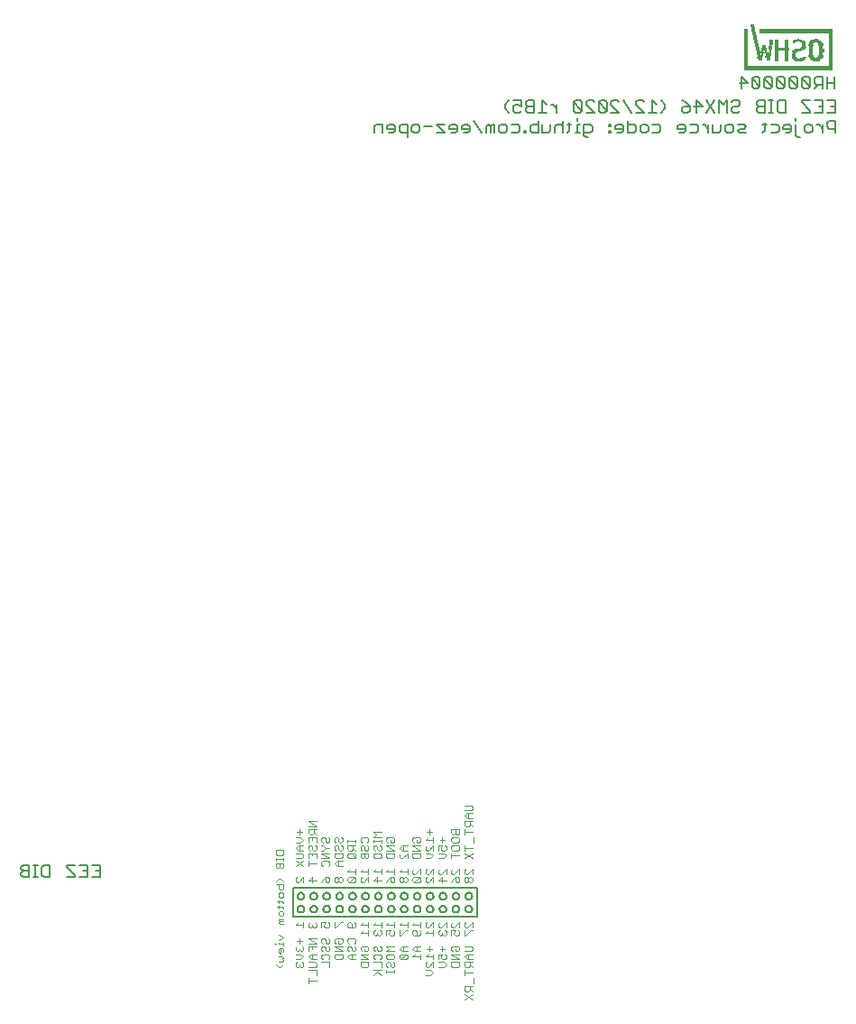
<source format=gbo>
G75*
%MOIN*%
%OFA0B0*%
%FSLAX25Y25*%
%IPPOS*%
%LPD*%
%AMOC8*
5,1,8,0,0,1.08239X$1,22.5*
%
%ADD10C,0.00500*%
%ADD11C,0.00300*%
%ADD12R,0.32700X0.00300*%
%ADD13R,0.01500X0.00300*%
%ADD14R,0.02700X0.00300*%
%ADD15R,0.03000X0.00300*%
%ADD16R,0.03600X0.00300*%
%ADD17R,0.04200X0.00300*%
%ADD18R,0.04800X0.00300*%
%ADD19R,0.04500X0.00300*%
%ADD20R,0.02100X0.00300*%
%ADD21R,0.01800X0.00300*%
%ADD22R,0.01200X0.00300*%
%ADD23R,0.00600X0.00300*%
%ADD24R,0.00900X0.00300*%
%ADD25R,0.02400X0.00300*%
%ADD26R,0.03300X0.00300*%
%ADD27R,0.05400X0.00300*%
%ADD28R,0.03900X0.00300*%
%ADD29R,0.27000X0.00300*%
%ADD30C,0.00600*%
D10*
X0359846Y0120520D02*
X0360597Y0119770D01*
X0362849Y0119770D01*
X0362849Y0124274D01*
X0360597Y0124274D01*
X0359846Y0123523D01*
X0359846Y0122772D01*
X0360597Y0122022D01*
X0362849Y0122022D01*
X0360597Y0122022D02*
X0359846Y0121271D01*
X0359846Y0120520D01*
X0364417Y0119770D02*
X0365918Y0119770D01*
X0365167Y0119770D02*
X0365167Y0124274D01*
X0364417Y0124274D02*
X0365918Y0124274D01*
X0367519Y0123523D02*
X0368270Y0124274D01*
X0370522Y0124274D01*
X0370522Y0119770D01*
X0368270Y0119770D01*
X0367519Y0120520D01*
X0367519Y0123523D01*
X0376727Y0123523D02*
X0379730Y0120520D01*
X0379730Y0119770D01*
X0376727Y0119770D01*
X0376727Y0123523D02*
X0376727Y0124274D01*
X0379730Y0124274D01*
X0381331Y0124274D02*
X0384334Y0124274D01*
X0384334Y0119770D01*
X0381331Y0119770D01*
X0382832Y0122022D02*
X0384334Y0122022D01*
X0385935Y0124274D02*
X0388938Y0124274D01*
X0388938Y0119770D01*
X0385935Y0119770D01*
X0387436Y0122022D02*
X0388938Y0122022D01*
X0460238Y0115720D02*
X0460238Y0105220D01*
X0528488Y0105220D01*
X0528488Y0115720D01*
X0460238Y0115720D01*
X0461988Y0112745D02*
X0461990Y0112815D01*
X0461996Y0112885D01*
X0462006Y0112954D01*
X0462019Y0113023D01*
X0462037Y0113091D01*
X0462058Y0113158D01*
X0462083Y0113223D01*
X0462112Y0113287D01*
X0462144Y0113350D01*
X0462180Y0113410D01*
X0462219Y0113468D01*
X0462261Y0113524D01*
X0462306Y0113578D01*
X0462354Y0113629D01*
X0462405Y0113677D01*
X0462459Y0113722D01*
X0462515Y0113764D01*
X0462573Y0113803D01*
X0462633Y0113839D01*
X0462696Y0113871D01*
X0462760Y0113900D01*
X0462825Y0113925D01*
X0462892Y0113946D01*
X0462960Y0113964D01*
X0463029Y0113977D01*
X0463098Y0113987D01*
X0463168Y0113993D01*
X0463238Y0113995D01*
X0463308Y0113993D01*
X0463378Y0113987D01*
X0463447Y0113977D01*
X0463516Y0113964D01*
X0463584Y0113946D01*
X0463651Y0113925D01*
X0463716Y0113900D01*
X0463780Y0113871D01*
X0463843Y0113839D01*
X0463903Y0113803D01*
X0463961Y0113764D01*
X0464017Y0113722D01*
X0464071Y0113677D01*
X0464122Y0113629D01*
X0464170Y0113578D01*
X0464215Y0113524D01*
X0464257Y0113468D01*
X0464296Y0113410D01*
X0464332Y0113350D01*
X0464364Y0113287D01*
X0464393Y0113223D01*
X0464418Y0113158D01*
X0464439Y0113091D01*
X0464457Y0113023D01*
X0464470Y0112954D01*
X0464480Y0112885D01*
X0464486Y0112815D01*
X0464488Y0112745D01*
X0464486Y0112675D01*
X0464480Y0112605D01*
X0464470Y0112536D01*
X0464457Y0112467D01*
X0464439Y0112399D01*
X0464418Y0112332D01*
X0464393Y0112267D01*
X0464364Y0112203D01*
X0464332Y0112140D01*
X0464296Y0112080D01*
X0464257Y0112022D01*
X0464215Y0111966D01*
X0464170Y0111912D01*
X0464122Y0111861D01*
X0464071Y0111813D01*
X0464017Y0111768D01*
X0463961Y0111726D01*
X0463903Y0111687D01*
X0463843Y0111651D01*
X0463780Y0111619D01*
X0463716Y0111590D01*
X0463651Y0111565D01*
X0463584Y0111544D01*
X0463516Y0111526D01*
X0463447Y0111513D01*
X0463378Y0111503D01*
X0463308Y0111497D01*
X0463238Y0111495D01*
X0463168Y0111497D01*
X0463098Y0111503D01*
X0463029Y0111513D01*
X0462960Y0111526D01*
X0462892Y0111544D01*
X0462825Y0111565D01*
X0462760Y0111590D01*
X0462696Y0111619D01*
X0462633Y0111651D01*
X0462573Y0111687D01*
X0462515Y0111726D01*
X0462459Y0111768D01*
X0462405Y0111813D01*
X0462354Y0111861D01*
X0462306Y0111912D01*
X0462261Y0111966D01*
X0462219Y0112022D01*
X0462180Y0112080D01*
X0462144Y0112140D01*
X0462112Y0112203D01*
X0462083Y0112267D01*
X0462058Y0112332D01*
X0462037Y0112399D01*
X0462019Y0112467D01*
X0462006Y0112536D01*
X0461996Y0112605D01*
X0461990Y0112675D01*
X0461988Y0112745D01*
X0461988Y0107970D02*
X0461990Y0108040D01*
X0461996Y0108110D01*
X0462006Y0108179D01*
X0462019Y0108248D01*
X0462037Y0108316D01*
X0462058Y0108383D01*
X0462083Y0108448D01*
X0462112Y0108512D01*
X0462144Y0108575D01*
X0462180Y0108635D01*
X0462219Y0108693D01*
X0462261Y0108749D01*
X0462306Y0108803D01*
X0462354Y0108854D01*
X0462405Y0108902D01*
X0462459Y0108947D01*
X0462515Y0108989D01*
X0462573Y0109028D01*
X0462633Y0109064D01*
X0462696Y0109096D01*
X0462760Y0109125D01*
X0462825Y0109150D01*
X0462892Y0109171D01*
X0462960Y0109189D01*
X0463029Y0109202D01*
X0463098Y0109212D01*
X0463168Y0109218D01*
X0463238Y0109220D01*
X0463308Y0109218D01*
X0463378Y0109212D01*
X0463447Y0109202D01*
X0463516Y0109189D01*
X0463584Y0109171D01*
X0463651Y0109150D01*
X0463716Y0109125D01*
X0463780Y0109096D01*
X0463843Y0109064D01*
X0463903Y0109028D01*
X0463961Y0108989D01*
X0464017Y0108947D01*
X0464071Y0108902D01*
X0464122Y0108854D01*
X0464170Y0108803D01*
X0464215Y0108749D01*
X0464257Y0108693D01*
X0464296Y0108635D01*
X0464332Y0108575D01*
X0464364Y0108512D01*
X0464393Y0108448D01*
X0464418Y0108383D01*
X0464439Y0108316D01*
X0464457Y0108248D01*
X0464470Y0108179D01*
X0464480Y0108110D01*
X0464486Y0108040D01*
X0464488Y0107970D01*
X0464486Y0107900D01*
X0464480Y0107830D01*
X0464470Y0107761D01*
X0464457Y0107692D01*
X0464439Y0107624D01*
X0464418Y0107557D01*
X0464393Y0107492D01*
X0464364Y0107428D01*
X0464332Y0107365D01*
X0464296Y0107305D01*
X0464257Y0107247D01*
X0464215Y0107191D01*
X0464170Y0107137D01*
X0464122Y0107086D01*
X0464071Y0107038D01*
X0464017Y0106993D01*
X0463961Y0106951D01*
X0463903Y0106912D01*
X0463843Y0106876D01*
X0463780Y0106844D01*
X0463716Y0106815D01*
X0463651Y0106790D01*
X0463584Y0106769D01*
X0463516Y0106751D01*
X0463447Y0106738D01*
X0463378Y0106728D01*
X0463308Y0106722D01*
X0463238Y0106720D01*
X0463168Y0106722D01*
X0463098Y0106728D01*
X0463029Y0106738D01*
X0462960Y0106751D01*
X0462892Y0106769D01*
X0462825Y0106790D01*
X0462760Y0106815D01*
X0462696Y0106844D01*
X0462633Y0106876D01*
X0462573Y0106912D01*
X0462515Y0106951D01*
X0462459Y0106993D01*
X0462405Y0107038D01*
X0462354Y0107086D01*
X0462306Y0107137D01*
X0462261Y0107191D01*
X0462219Y0107247D01*
X0462180Y0107305D01*
X0462144Y0107365D01*
X0462112Y0107428D01*
X0462083Y0107492D01*
X0462058Y0107557D01*
X0462037Y0107624D01*
X0462019Y0107692D01*
X0462006Y0107761D01*
X0461996Y0107830D01*
X0461990Y0107900D01*
X0461988Y0107970D01*
X0466763Y0107970D02*
X0466765Y0108040D01*
X0466771Y0108110D01*
X0466781Y0108179D01*
X0466794Y0108248D01*
X0466812Y0108316D01*
X0466833Y0108383D01*
X0466858Y0108448D01*
X0466887Y0108512D01*
X0466919Y0108575D01*
X0466955Y0108635D01*
X0466994Y0108693D01*
X0467036Y0108749D01*
X0467081Y0108803D01*
X0467129Y0108854D01*
X0467180Y0108902D01*
X0467234Y0108947D01*
X0467290Y0108989D01*
X0467348Y0109028D01*
X0467408Y0109064D01*
X0467471Y0109096D01*
X0467535Y0109125D01*
X0467600Y0109150D01*
X0467667Y0109171D01*
X0467735Y0109189D01*
X0467804Y0109202D01*
X0467873Y0109212D01*
X0467943Y0109218D01*
X0468013Y0109220D01*
X0468083Y0109218D01*
X0468153Y0109212D01*
X0468222Y0109202D01*
X0468291Y0109189D01*
X0468359Y0109171D01*
X0468426Y0109150D01*
X0468491Y0109125D01*
X0468555Y0109096D01*
X0468618Y0109064D01*
X0468678Y0109028D01*
X0468736Y0108989D01*
X0468792Y0108947D01*
X0468846Y0108902D01*
X0468897Y0108854D01*
X0468945Y0108803D01*
X0468990Y0108749D01*
X0469032Y0108693D01*
X0469071Y0108635D01*
X0469107Y0108575D01*
X0469139Y0108512D01*
X0469168Y0108448D01*
X0469193Y0108383D01*
X0469214Y0108316D01*
X0469232Y0108248D01*
X0469245Y0108179D01*
X0469255Y0108110D01*
X0469261Y0108040D01*
X0469263Y0107970D01*
X0469261Y0107900D01*
X0469255Y0107830D01*
X0469245Y0107761D01*
X0469232Y0107692D01*
X0469214Y0107624D01*
X0469193Y0107557D01*
X0469168Y0107492D01*
X0469139Y0107428D01*
X0469107Y0107365D01*
X0469071Y0107305D01*
X0469032Y0107247D01*
X0468990Y0107191D01*
X0468945Y0107137D01*
X0468897Y0107086D01*
X0468846Y0107038D01*
X0468792Y0106993D01*
X0468736Y0106951D01*
X0468678Y0106912D01*
X0468618Y0106876D01*
X0468555Y0106844D01*
X0468491Y0106815D01*
X0468426Y0106790D01*
X0468359Y0106769D01*
X0468291Y0106751D01*
X0468222Y0106738D01*
X0468153Y0106728D01*
X0468083Y0106722D01*
X0468013Y0106720D01*
X0467943Y0106722D01*
X0467873Y0106728D01*
X0467804Y0106738D01*
X0467735Y0106751D01*
X0467667Y0106769D01*
X0467600Y0106790D01*
X0467535Y0106815D01*
X0467471Y0106844D01*
X0467408Y0106876D01*
X0467348Y0106912D01*
X0467290Y0106951D01*
X0467234Y0106993D01*
X0467180Y0107038D01*
X0467129Y0107086D01*
X0467081Y0107137D01*
X0467036Y0107191D01*
X0466994Y0107247D01*
X0466955Y0107305D01*
X0466919Y0107365D01*
X0466887Y0107428D01*
X0466858Y0107492D01*
X0466833Y0107557D01*
X0466812Y0107624D01*
X0466794Y0107692D01*
X0466781Y0107761D01*
X0466771Y0107830D01*
X0466765Y0107900D01*
X0466763Y0107970D01*
X0466763Y0112745D02*
X0466765Y0112815D01*
X0466771Y0112885D01*
X0466781Y0112954D01*
X0466794Y0113023D01*
X0466812Y0113091D01*
X0466833Y0113158D01*
X0466858Y0113223D01*
X0466887Y0113287D01*
X0466919Y0113350D01*
X0466955Y0113410D01*
X0466994Y0113468D01*
X0467036Y0113524D01*
X0467081Y0113578D01*
X0467129Y0113629D01*
X0467180Y0113677D01*
X0467234Y0113722D01*
X0467290Y0113764D01*
X0467348Y0113803D01*
X0467408Y0113839D01*
X0467471Y0113871D01*
X0467535Y0113900D01*
X0467600Y0113925D01*
X0467667Y0113946D01*
X0467735Y0113964D01*
X0467804Y0113977D01*
X0467873Y0113987D01*
X0467943Y0113993D01*
X0468013Y0113995D01*
X0468083Y0113993D01*
X0468153Y0113987D01*
X0468222Y0113977D01*
X0468291Y0113964D01*
X0468359Y0113946D01*
X0468426Y0113925D01*
X0468491Y0113900D01*
X0468555Y0113871D01*
X0468618Y0113839D01*
X0468678Y0113803D01*
X0468736Y0113764D01*
X0468792Y0113722D01*
X0468846Y0113677D01*
X0468897Y0113629D01*
X0468945Y0113578D01*
X0468990Y0113524D01*
X0469032Y0113468D01*
X0469071Y0113410D01*
X0469107Y0113350D01*
X0469139Y0113287D01*
X0469168Y0113223D01*
X0469193Y0113158D01*
X0469214Y0113091D01*
X0469232Y0113023D01*
X0469245Y0112954D01*
X0469255Y0112885D01*
X0469261Y0112815D01*
X0469263Y0112745D01*
X0469261Y0112675D01*
X0469255Y0112605D01*
X0469245Y0112536D01*
X0469232Y0112467D01*
X0469214Y0112399D01*
X0469193Y0112332D01*
X0469168Y0112267D01*
X0469139Y0112203D01*
X0469107Y0112140D01*
X0469071Y0112080D01*
X0469032Y0112022D01*
X0468990Y0111966D01*
X0468945Y0111912D01*
X0468897Y0111861D01*
X0468846Y0111813D01*
X0468792Y0111768D01*
X0468736Y0111726D01*
X0468678Y0111687D01*
X0468618Y0111651D01*
X0468555Y0111619D01*
X0468491Y0111590D01*
X0468426Y0111565D01*
X0468359Y0111544D01*
X0468291Y0111526D01*
X0468222Y0111513D01*
X0468153Y0111503D01*
X0468083Y0111497D01*
X0468013Y0111495D01*
X0467943Y0111497D01*
X0467873Y0111503D01*
X0467804Y0111513D01*
X0467735Y0111526D01*
X0467667Y0111544D01*
X0467600Y0111565D01*
X0467535Y0111590D01*
X0467471Y0111619D01*
X0467408Y0111651D01*
X0467348Y0111687D01*
X0467290Y0111726D01*
X0467234Y0111768D01*
X0467180Y0111813D01*
X0467129Y0111861D01*
X0467081Y0111912D01*
X0467036Y0111966D01*
X0466994Y0112022D01*
X0466955Y0112080D01*
X0466919Y0112140D01*
X0466887Y0112203D01*
X0466858Y0112267D01*
X0466833Y0112332D01*
X0466812Y0112399D01*
X0466794Y0112467D01*
X0466781Y0112536D01*
X0466771Y0112605D01*
X0466765Y0112675D01*
X0466763Y0112745D01*
X0471538Y0112745D02*
X0471540Y0112815D01*
X0471546Y0112885D01*
X0471556Y0112954D01*
X0471569Y0113023D01*
X0471587Y0113091D01*
X0471608Y0113158D01*
X0471633Y0113223D01*
X0471662Y0113287D01*
X0471694Y0113350D01*
X0471730Y0113410D01*
X0471769Y0113468D01*
X0471811Y0113524D01*
X0471856Y0113578D01*
X0471904Y0113629D01*
X0471955Y0113677D01*
X0472009Y0113722D01*
X0472065Y0113764D01*
X0472123Y0113803D01*
X0472183Y0113839D01*
X0472246Y0113871D01*
X0472310Y0113900D01*
X0472375Y0113925D01*
X0472442Y0113946D01*
X0472510Y0113964D01*
X0472579Y0113977D01*
X0472648Y0113987D01*
X0472718Y0113993D01*
X0472788Y0113995D01*
X0472858Y0113993D01*
X0472928Y0113987D01*
X0472997Y0113977D01*
X0473066Y0113964D01*
X0473134Y0113946D01*
X0473201Y0113925D01*
X0473266Y0113900D01*
X0473330Y0113871D01*
X0473393Y0113839D01*
X0473453Y0113803D01*
X0473511Y0113764D01*
X0473567Y0113722D01*
X0473621Y0113677D01*
X0473672Y0113629D01*
X0473720Y0113578D01*
X0473765Y0113524D01*
X0473807Y0113468D01*
X0473846Y0113410D01*
X0473882Y0113350D01*
X0473914Y0113287D01*
X0473943Y0113223D01*
X0473968Y0113158D01*
X0473989Y0113091D01*
X0474007Y0113023D01*
X0474020Y0112954D01*
X0474030Y0112885D01*
X0474036Y0112815D01*
X0474038Y0112745D01*
X0474036Y0112675D01*
X0474030Y0112605D01*
X0474020Y0112536D01*
X0474007Y0112467D01*
X0473989Y0112399D01*
X0473968Y0112332D01*
X0473943Y0112267D01*
X0473914Y0112203D01*
X0473882Y0112140D01*
X0473846Y0112080D01*
X0473807Y0112022D01*
X0473765Y0111966D01*
X0473720Y0111912D01*
X0473672Y0111861D01*
X0473621Y0111813D01*
X0473567Y0111768D01*
X0473511Y0111726D01*
X0473453Y0111687D01*
X0473393Y0111651D01*
X0473330Y0111619D01*
X0473266Y0111590D01*
X0473201Y0111565D01*
X0473134Y0111544D01*
X0473066Y0111526D01*
X0472997Y0111513D01*
X0472928Y0111503D01*
X0472858Y0111497D01*
X0472788Y0111495D01*
X0472718Y0111497D01*
X0472648Y0111503D01*
X0472579Y0111513D01*
X0472510Y0111526D01*
X0472442Y0111544D01*
X0472375Y0111565D01*
X0472310Y0111590D01*
X0472246Y0111619D01*
X0472183Y0111651D01*
X0472123Y0111687D01*
X0472065Y0111726D01*
X0472009Y0111768D01*
X0471955Y0111813D01*
X0471904Y0111861D01*
X0471856Y0111912D01*
X0471811Y0111966D01*
X0471769Y0112022D01*
X0471730Y0112080D01*
X0471694Y0112140D01*
X0471662Y0112203D01*
X0471633Y0112267D01*
X0471608Y0112332D01*
X0471587Y0112399D01*
X0471569Y0112467D01*
X0471556Y0112536D01*
X0471546Y0112605D01*
X0471540Y0112675D01*
X0471538Y0112745D01*
X0471538Y0107970D02*
X0471540Y0108040D01*
X0471546Y0108110D01*
X0471556Y0108179D01*
X0471569Y0108248D01*
X0471587Y0108316D01*
X0471608Y0108383D01*
X0471633Y0108448D01*
X0471662Y0108512D01*
X0471694Y0108575D01*
X0471730Y0108635D01*
X0471769Y0108693D01*
X0471811Y0108749D01*
X0471856Y0108803D01*
X0471904Y0108854D01*
X0471955Y0108902D01*
X0472009Y0108947D01*
X0472065Y0108989D01*
X0472123Y0109028D01*
X0472183Y0109064D01*
X0472246Y0109096D01*
X0472310Y0109125D01*
X0472375Y0109150D01*
X0472442Y0109171D01*
X0472510Y0109189D01*
X0472579Y0109202D01*
X0472648Y0109212D01*
X0472718Y0109218D01*
X0472788Y0109220D01*
X0472858Y0109218D01*
X0472928Y0109212D01*
X0472997Y0109202D01*
X0473066Y0109189D01*
X0473134Y0109171D01*
X0473201Y0109150D01*
X0473266Y0109125D01*
X0473330Y0109096D01*
X0473393Y0109064D01*
X0473453Y0109028D01*
X0473511Y0108989D01*
X0473567Y0108947D01*
X0473621Y0108902D01*
X0473672Y0108854D01*
X0473720Y0108803D01*
X0473765Y0108749D01*
X0473807Y0108693D01*
X0473846Y0108635D01*
X0473882Y0108575D01*
X0473914Y0108512D01*
X0473943Y0108448D01*
X0473968Y0108383D01*
X0473989Y0108316D01*
X0474007Y0108248D01*
X0474020Y0108179D01*
X0474030Y0108110D01*
X0474036Y0108040D01*
X0474038Y0107970D01*
X0474036Y0107900D01*
X0474030Y0107830D01*
X0474020Y0107761D01*
X0474007Y0107692D01*
X0473989Y0107624D01*
X0473968Y0107557D01*
X0473943Y0107492D01*
X0473914Y0107428D01*
X0473882Y0107365D01*
X0473846Y0107305D01*
X0473807Y0107247D01*
X0473765Y0107191D01*
X0473720Y0107137D01*
X0473672Y0107086D01*
X0473621Y0107038D01*
X0473567Y0106993D01*
X0473511Y0106951D01*
X0473453Y0106912D01*
X0473393Y0106876D01*
X0473330Y0106844D01*
X0473266Y0106815D01*
X0473201Y0106790D01*
X0473134Y0106769D01*
X0473066Y0106751D01*
X0472997Y0106738D01*
X0472928Y0106728D01*
X0472858Y0106722D01*
X0472788Y0106720D01*
X0472718Y0106722D01*
X0472648Y0106728D01*
X0472579Y0106738D01*
X0472510Y0106751D01*
X0472442Y0106769D01*
X0472375Y0106790D01*
X0472310Y0106815D01*
X0472246Y0106844D01*
X0472183Y0106876D01*
X0472123Y0106912D01*
X0472065Y0106951D01*
X0472009Y0106993D01*
X0471955Y0107038D01*
X0471904Y0107086D01*
X0471856Y0107137D01*
X0471811Y0107191D01*
X0471769Y0107247D01*
X0471730Y0107305D01*
X0471694Y0107365D01*
X0471662Y0107428D01*
X0471633Y0107492D01*
X0471608Y0107557D01*
X0471587Y0107624D01*
X0471569Y0107692D01*
X0471556Y0107761D01*
X0471546Y0107830D01*
X0471540Y0107900D01*
X0471538Y0107970D01*
X0476313Y0107970D02*
X0476315Y0108040D01*
X0476321Y0108110D01*
X0476331Y0108179D01*
X0476344Y0108248D01*
X0476362Y0108316D01*
X0476383Y0108383D01*
X0476408Y0108448D01*
X0476437Y0108512D01*
X0476469Y0108575D01*
X0476505Y0108635D01*
X0476544Y0108693D01*
X0476586Y0108749D01*
X0476631Y0108803D01*
X0476679Y0108854D01*
X0476730Y0108902D01*
X0476784Y0108947D01*
X0476840Y0108989D01*
X0476898Y0109028D01*
X0476958Y0109064D01*
X0477021Y0109096D01*
X0477085Y0109125D01*
X0477150Y0109150D01*
X0477217Y0109171D01*
X0477285Y0109189D01*
X0477354Y0109202D01*
X0477423Y0109212D01*
X0477493Y0109218D01*
X0477563Y0109220D01*
X0477633Y0109218D01*
X0477703Y0109212D01*
X0477772Y0109202D01*
X0477841Y0109189D01*
X0477909Y0109171D01*
X0477976Y0109150D01*
X0478041Y0109125D01*
X0478105Y0109096D01*
X0478168Y0109064D01*
X0478228Y0109028D01*
X0478286Y0108989D01*
X0478342Y0108947D01*
X0478396Y0108902D01*
X0478447Y0108854D01*
X0478495Y0108803D01*
X0478540Y0108749D01*
X0478582Y0108693D01*
X0478621Y0108635D01*
X0478657Y0108575D01*
X0478689Y0108512D01*
X0478718Y0108448D01*
X0478743Y0108383D01*
X0478764Y0108316D01*
X0478782Y0108248D01*
X0478795Y0108179D01*
X0478805Y0108110D01*
X0478811Y0108040D01*
X0478813Y0107970D01*
X0478811Y0107900D01*
X0478805Y0107830D01*
X0478795Y0107761D01*
X0478782Y0107692D01*
X0478764Y0107624D01*
X0478743Y0107557D01*
X0478718Y0107492D01*
X0478689Y0107428D01*
X0478657Y0107365D01*
X0478621Y0107305D01*
X0478582Y0107247D01*
X0478540Y0107191D01*
X0478495Y0107137D01*
X0478447Y0107086D01*
X0478396Y0107038D01*
X0478342Y0106993D01*
X0478286Y0106951D01*
X0478228Y0106912D01*
X0478168Y0106876D01*
X0478105Y0106844D01*
X0478041Y0106815D01*
X0477976Y0106790D01*
X0477909Y0106769D01*
X0477841Y0106751D01*
X0477772Y0106738D01*
X0477703Y0106728D01*
X0477633Y0106722D01*
X0477563Y0106720D01*
X0477493Y0106722D01*
X0477423Y0106728D01*
X0477354Y0106738D01*
X0477285Y0106751D01*
X0477217Y0106769D01*
X0477150Y0106790D01*
X0477085Y0106815D01*
X0477021Y0106844D01*
X0476958Y0106876D01*
X0476898Y0106912D01*
X0476840Y0106951D01*
X0476784Y0106993D01*
X0476730Y0107038D01*
X0476679Y0107086D01*
X0476631Y0107137D01*
X0476586Y0107191D01*
X0476544Y0107247D01*
X0476505Y0107305D01*
X0476469Y0107365D01*
X0476437Y0107428D01*
X0476408Y0107492D01*
X0476383Y0107557D01*
X0476362Y0107624D01*
X0476344Y0107692D01*
X0476331Y0107761D01*
X0476321Y0107830D01*
X0476315Y0107900D01*
X0476313Y0107970D01*
X0476313Y0112745D02*
X0476315Y0112815D01*
X0476321Y0112885D01*
X0476331Y0112954D01*
X0476344Y0113023D01*
X0476362Y0113091D01*
X0476383Y0113158D01*
X0476408Y0113223D01*
X0476437Y0113287D01*
X0476469Y0113350D01*
X0476505Y0113410D01*
X0476544Y0113468D01*
X0476586Y0113524D01*
X0476631Y0113578D01*
X0476679Y0113629D01*
X0476730Y0113677D01*
X0476784Y0113722D01*
X0476840Y0113764D01*
X0476898Y0113803D01*
X0476958Y0113839D01*
X0477021Y0113871D01*
X0477085Y0113900D01*
X0477150Y0113925D01*
X0477217Y0113946D01*
X0477285Y0113964D01*
X0477354Y0113977D01*
X0477423Y0113987D01*
X0477493Y0113993D01*
X0477563Y0113995D01*
X0477633Y0113993D01*
X0477703Y0113987D01*
X0477772Y0113977D01*
X0477841Y0113964D01*
X0477909Y0113946D01*
X0477976Y0113925D01*
X0478041Y0113900D01*
X0478105Y0113871D01*
X0478168Y0113839D01*
X0478228Y0113803D01*
X0478286Y0113764D01*
X0478342Y0113722D01*
X0478396Y0113677D01*
X0478447Y0113629D01*
X0478495Y0113578D01*
X0478540Y0113524D01*
X0478582Y0113468D01*
X0478621Y0113410D01*
X0478657Y0113350D01*
X0478689Y0113287D01*
X0478718Y0113223D01*
X0478743Y0113158D01*
X0478764Y0113091D01*
X0478782Y0113023D01*
X0478795Y0112954D01*
X0478805Y0112885D01*
X0478811Y0112815D01*
X0478813Y0112745D01*
X0478811Y0112675D01*
X0478805Y0112605D01*
X0478795Y0112536D01*
X0478782Y0112467D01*
X0478764Y0112399D01*
X0478743Y0112332D01*
X0478718Y0112267D01*
X0478689Y0112203D01*
X0478657Y0112140D01*
X0478621Y0112080D01*
X0478582Y0112022D01*
X0478540Y0111966D01*
X0478495Y0111912D01*
X0478447Y0111861D01*
X0478396Y0111813D01*
X0478342Y0111768D01*
X0478286Y0111726D01*
X0478228Y0111687D01*
X0478168Y0111651D01*
X0478105Y0111619D01*
X0478041Y0111590D01*
X0477976Y0111565D01*
X0477909Y0111544D01*
X0477841Y0111526D01*
X0477772Y0111513D01*
X0477703Y0111503D01*
X0477633Y0111497D01*
X0477563Y0111495D01*
X0477493Y0111497D01*
X0477423Y0111503D01*
X0477354Y0111513D01*
X0477285Y0111526D01*
X0477217Y0111544D01*
X0477150Y0111565D01*
X0477085Y0111590D01*
X0477021Y0111619D01*
X0476958Y0111651D01*
X0476898Y0111687D01*
X0476840Y0111726D01*
X0476784Y0111768D01*
X0476730Y0111813D01*
X0476679Y0111861D01*
X0476631Y0111912D01*
X0476586Y0111966D01*
X0476544Y0112022D01*
X0476505Y0112080D01*
X0476469Y0112140D01*
X0476437Y0112203D01*
X0476408Y0112267D01*
X0476383Y0112332D01*
X0476362Y0112399D01*
X0476344Y0112467D01*
X0476331Y0112536D01*
X0476321Y0112605D01*
X0476315Y0112675D01*
X0476313Y0112745D01*
X0481088Y0112745D02*
X0481090Y0112815D01*
X0481096Y0112885D01*
X0481106Y0112954D01*
X0481119Y0113023D01*
X0481137Y0113091D01*
X0481158Y0113158D01*
X0481183Y0113223D01*
X0481212Y0113287D01*
X0481244Y0113350D01*
X0481280Y0113410D01*
X0481319Y0113468D01*
X0481361Y0113524D01*
X0481406Y0113578D01*
X0481454Y0113629D01*
X0481505Y0113677D01*
X0481559Y0113722D01*
X0481615Y0113764D01*
X0481673Y0113803D01*
X0481733Y0113839D01*
X0481796Y0113871D01*
X0481860Y0113900D01*
X0481925Y0113925D01*
X0481992Y0113946D01*
X0482060Y0113964D01*
X0482129Y0113977D01*
X0482198Y0113987D01*
X0482268Y0113993D01*
X0482338Y0113995D01*
X0482408Y0113993D01*
X0482478Y0113987D01*
X0482547Y0113977D01*
X0482616Y0113964D01*
X0482684Y0113946D01*
X0482751Y0113925D01*
X0482816Y0113900D01*
X0482880Y0113871D01*
X0482943Y0113839D01*
X0483003Y0113803D01*
X0483061Y0113764D01*
X0483117Y0113722D01*
X0483171Y0113677D01*
X0483222Y0113629D01*
X0483270Y0113578D01*
X0483315Y0113524D01*
X0483357Y0113468D01*
X0483396Y0113410D01*
X0483432Y0113350D01*
X0483464Y0113287D01*
X0483493Y0113223D01*
X0483518Y0113158D01*
X0483539Y0113091D01*
X0483557Y0113023D01*
X0483570Y0112954D01*
X0483580Y0112885D01*
X0483586Y0112815D01*
X0483588Y0112745D01*
X0483586Y0112675D01*
X0483580Y0112605D01*
X0483570Y0112536D01*
X0483557Y0112467D01*
X0483539Y0112399D01*
X0483518Y0112332D01*
X0483493Y0112267D01*
X0483464Y0112203D01*
X0483432Y0112140D01*
X0483396Y0112080D01*
X0483357Y0112022D01*
X0483315Y0111966D01*
X0483270Y0111912D01*
X0483222Y0111861D01*
X0483171Y0111813D01*
X0483117Y0111768D01*
X0483061Y0111726D01*
X0483003Y0111687D01*
X0482943Y0111651D01*
X0482880Y0111619D01*
X0482816Y0111590D01*
X0482751Y0111565D01*
X0482684Y0111544D01*
X0482616Y0111526D01*
X0482547Y0111513D01*
X0482478Y0111503D01*
X0482408Y0111497D01*
X0482338Y0111495D01*
X0482268Y0111497D01*
X0482198Y0111503D01*
X0482129Y0111513D01*
X0482060Y0111526D01*
X0481992Y0111544D01*
X0481925Y0111565D01*
X0481860Y0111590D01*
X0481796Y0111619D01*
X0481733Y0111651D01*
X0481673Y0111687D01*
X0481615Y0111726D01*
X0481559Y0111768D01*
X0481505Y0111813D01*
X0481454Y0111861D01*
X0481406Y0111912D01*
X0481361Y0111966D01*
X0481319Y0112022D01*
X0481280Y0112080D01*
X0481244Y0112140D01*
X0481212Y0112203D01*
X0481183Y0112267D01*
X0481158Y0112332D01*
X0481137Y0112399D01*
X0481119Y0112467D01*
X0481106Y0112536D01*
X0481096Y0112605D01*
X0481090Y0112675D01*
X0481088Y0112745D01*
X0481088Y0107970D02*
X0481090Y0108040D01*
X0481096Y0108110D01*
X0481106Y0108179D01*
X0481119Y0108248D01*
X0481137Y0108316D01*
X0481158Y0108383D01*
X0481183Y0108448D01*
X0481212Y0108512D01*
X0481244Y0108575D01*
X0481280Y0108635D01*
X0481319Y0108693D01*
X0481361Y0108749D01*
X0481406Y0108803D01*
X0481454Y0108854D01*
X0481505Y0108902D01*
X0481559Y0108947D01*
X0481615Y0108989D01*
X0481673Y0109028D01*
X0481733Y0109064D01*
X0481796Y0109096D01*
X0481860Y0109125D01*
X0481925Y0109150D01*
X0481992Y0109171D01*
X0482060Y0109189D01*
X0482129Y0109202D01*
X0482198Y0109212D01*
X0482268Y0109218D01*
X0482338Y0109220D01*
X0482408Y0109218D01*
X0482478Y0109212D01*
X0482547Y0109202D01*
X0482616Y0109189D01*
X0482684Y0109171D01*
X0482751Y0109150D01*
X0482816Y0109125D01*
X0482880Y0109096D01*
X0482943Y0109064D01*
X0483003Y0109028D01*
X0483061Y0108989D01*
X0483117Y0108947D01*
X0483171Y0108902D01*
X0483222Y0108854D01*
X0483270Y0108803D01*
X0483315Y0108749D01*
X0483357Y0108693D01*
X0483396Y0108635D01*
X0483432Y0108575D01*
X0483464Y0108512D01*
X0483493Y0108448D01*
X0483518Y0108383D01*
X0483539Y0108316D01*
X0483557Y0108248D01*
X0483570Y0108179D01*
X0483580Y0108110D01*
X0483586Y0108040D01*
X0483588Y0107970D01*
X0483586Y0107900D01*
X0483580Y0107830D01*
X0483570Y0107761D01*
X0483557Y0107692D01*
X0483539Y0107624D01*
X0483518Y0107557D01*
X0483493Y0107492D01*
X0483464Y0107428D01*
X0483432Y0107365D01*
X0483396Y0107305D01*
X0483357Y0107247D01*
X0483315Y0107191D01*
X0483270Y0107137D01*
X0483222Y0107086D01*
X0483171Y0107038D01*
X0483117Y0106993D01*
X0483061Y0106951D01*
X0483003Y0106912D01*
X0482943Y0106876D01*
X0482880Y0106844D01*
X0482816Y0106815D01*
X0482751Y0106790D01*
X0482684Y0106769D01*
X0482616Y0106751D01*
X0482547Y0106738D01*
X0482478Y0106728D01*
X0482408Y0106722D01*
X0482338Y0106720D01*
X0482268Y0106722D01*
X0482198Y0106728D01*
X0482129Y0106738D01*
X0482060Y0106751D01*
X0481992Y0106769D01*
X0481925Y0106790D01*
X0481860Y0106815D01*
X0481796Y0106844D01*
X0481733Y0106876D01*
X0481673Y0106912D01*
X0481615Y0106951D01*
X0481559Y0106993D01*
X0481505Y0107038D01*
X0481454Y0107086D01*
X0481406Y0107137D01*
X0481361Y0107191D01*
X0481319Y0107247D01*
X0481280Y0107305D01*
X0481244Y0107365D01*
X0481212Y0107428D01*
X0481183Y0107492D01*
X0481158Y0107557D01*
X0481137Y0107624D01*
X0481119Y0107692D01*
X0481106Y0107761D01*
X0481096Y0107830D01*
X0481090Y0107900D01*
X0481088Y0107970D01*
X0485863Y0107970D02*
X0485865Y0108040D01*
X0485871Y0108110D01*
X0485881Y0108179D01*
X0485894Y0108248D01*
X0485912Y0108316D01*
X0485933Y0108383D01*
X0485958Y0108448D01*
X0485987Y0108512D01*
X0486019Y0108575D01*
X0486055Y0108635D01*
X0486094Y0108693D01*
X0486136Y0108749D01*
X0486181Y0108803D01*
X0486229Y0108854D01*
X0486280Y0108902D01*
X0486334Y0108947D01*
X0486390Y0108989D01*
X0486448Y0109028D01*
X0486508Y0109064D01*
X0486571Y0109096D01*
X0486635Y0109125D01*
X0486700Y0109150D01*
X0486767Y0109171D01*
X0486835Y0109189D01*
X0486904Y0109202D01*
X0486973Y0109212D01*
X0487043Y0109218D01*
X0487113Y0109220D01*
X0487183Y0109218D01*
X0487253Y0109212D01*
X0487322Y0109202D01*
X0487391Y0109189D01*
X0487459Y0109171D01*
X0487526Y0109150D01*
X0487591Y0109125D01*
X0487655Y0109096D01*
X0487718Y0109064D01*
X0487778Y0109028D01*
X0487836Y0108989D01*
X0487892Y0108947D01*
X0487946Y0108902D01*
X0487997Y0108854D01*
X0488045Y0108803D01*
X0488090Y0108749D01*
X0488132Y0108693D01*
X0488171Y0108635D01*
X0488207Y0108575D01*
X0488239Y0108512D01*
X0488268Y0108448D01*
X0488293Y0108383D01*
X0488314Y0108316D01*
X0488332Y0108248D01*
X0488345Y0108179D01*
X0488355Y0108110D01*
X0488361Y0108040D01*
X0488363Y0107970D01*
X0488361Y0107900D01*
X0488355Y0107830D01*
X0488345Y0107761D01*
X0488332Y0107692D01*
X0488314Y0107624D01*
X0488293Y0107557D01*
X0488268Y0107492D01*
X0488239Y0107428D01*
X0488207Y0107365D01*
X0488171Y0107305D01*
X0488132Y0107247D01*
X0488090Y0107191D01*
X0488045Y0107137D01*
X0487997Y0107086D01*
X0487946Y0107038D01*
X0487892Y0106993D01*
X0487836Y0106951D01*
X0487778Y0106912D01*
X0487718Y0106876D01*
X0487655Y0106844D01*
X0487591Y0106815D01*
X0487526Y0106790D01*
X0487459Y0106769D01*
X0487391Y0106751D01*
X0487322Y0106738D01*
X0487253Y0106728D01*
X0487183Y0106722D01*
X0487113Y0106720D01*
X0487043Y0106722D01*
X0486973Y0106728D01*
X0486904Y0106738D01*
X0486835Y0106751D01*
X0486767Y0106769D01*
X0486700Y0106790D01*
X0486635Y0106815D01*
X0486571Y0106844D01*
X0486508Y0106876D01*
X0486448Y0106912D01*
X0486390Y0106951D01*
X0486334Y0106993D01*
X0486280Y0107038D01*
X0486229Y0107086D01*
X0486181Y0107137D01*
X0486136Y0107191D01*
X0486094Y0107247D01*
X0486055Y0107305D01*
X0486019Y0107365D01*
X0485987Y0107428D01*
X0485958Y0107492D01*
X0485933Y0107557D01*
X0485912Y0107624D01*
X0485894Y0107692D01*
X0485881Y0107761D01*
X0485871Y0107830D01*
X0485865Y0107900D01*
X0485863Y0107970D01*
X0485863Y0112745D02*
X0485865Y0112815D01*
X0485871Y0112885D01*
X0485881Y0112954D01*
X0485894Y0113023D01*
X0485912Y0113091D01*
X0485933Y0113158D01*
X0485958Y0113223D01*
X0485987Y0113287D01*
X0486019Y0113350D01*
X0486055Y0113410D01*
X0486094Y0113468D01*
X0486136Y0113524D01*
X0486181Y0113578D01*
X0486229Y0113629D01*
X0486280Y0113677D01*
X0486334Y0113722D01*
X0486390Y0113764D01*
X0486448Y0113803D01*
X0486508Y0113839D01*
X0486571Y0113871D01*
X0486635Y0113900D01*
X0486700Y0113925D01*
X0486767Y0113946D01*
X0486835Y0113964D01*
X0486904Y0113977D01*
X0486973Y0113987D01*
X0487043Y0113993D01*
X0487113Y0113995D01*
X0487183Y0113993D01*
X0487253Y0113987D01*
X0487322Y0113977D01*
X0487391Y0113964D01*
X0487459Y0113946D01*
X0487526Y0113925D01*
X0487591Y0113900D01*
X0487655Y0113871D01*
X0487718Y0113839D01*
X0487778Y0113803D01*
X0487836Y0113764D01*
X0487892Y0113722D01*
X0487946Y0113677D01*
X0487997Y0113629D01*
X0488045Y0113578D01*
X0488090Y0113524D01*
X0488132Y0113468D01*
X0488171Y0113410D01*
X0488207Y0113350D01*
X0488239Y0113287D01*
X0488268Y0113223D01*
X0488293Y0113158D01*
X0488314Y0113091D01*
X0488332Y0113023D01*
X0488345Y0112954D01*
X0488355Y0112885D01*
X0488361Y0112815D01*
X0488363Y0112745D01*
X0488361Y0112675D01*
X0488355Y0112605D01*
X0488345Y0112536D01*
X0488332Y0112467D01*
X0488314Y0112399D01*
X0488293Y0112332D01*
X0488268Y0112267D01*
X0488239Y0112203D01*
X0488207Y0112140D01*
X0488171Y0112080D01*
X0488132Y0112022D01*
X0488090Y0111966D01*
X0488045Y0111912D01*
X0487997Y0111861D01*
X0487946Y0111813D01*
X0487892Y0111768D01*
X0487836Y0111726D01*
X0487778Y0111687D01*
X0487718Y0111651D01*
X0487655Y0111619D01*
X0487591Y0111590D01*
X0487526Y0111565D01*
X0487459Y0111544D01*
X0487391Y0111526D01*
X0487322Y0111513D01*
X0487253Y0111503D01*
X0487183Y0111497D01*
X0487113Y0111495D01*
X0487043Y0111497D01*
X0486973Y0111503D01*
X0486904Y0111513D01*
X0486835Y0111526D01*
X0486767Y0111544D01*
X0486700Y0111565D01*
X0486635Y0111590D01*
X0486571Y0111619D01*
X0486508Y0111651D01*
X0486448Y0111687D01*
X0486390Y0111726D01*
X0486334Y0111768D01*
X0486280Y0111813D01*
X0486229Y0111861D01*
X0486181Y0111912D01*
X0486136Y0111966D01*
X0486094Y0112022D01*
X0486055Y0112080D01*
X0486019Y0112140D01*
X0485987Y0112203D01*
X0485958Y0112267D01*
X0485933Y0112332D01*
X0485912Y0112399D01*
X0485894Y0112467D01*
X0485881Y0112536D01*
X0485871Y0112605D01*
X0485865Y0112675D01*
X0485863Y0112745D01*
X0490638Y0112745D02*
X0490640Y0112815D01*
X0490646Y0112885D01*
X0490656Y0112954D01*
X0490669Y0113023D01*
X0490687Y0113091D01*
X0490708Y0113158D01*
X0490733Y0113223D01*
X0490762Y0113287D01*
X0490794Y0113350D01*
X0490830Y0113410D01*
X0490869Y0113468D01*
X0490911Y0113524D01*
X0490956Y0113578D01*
X0491004Y0113629D01*
X0491055Y0113677D01*
X0491109Y0113722D01*
X0491165Y0113764D01*
X0491223Y0113803D01*
X0491283Y0113839D01*
X0491346Y0113871D01*
X0491410Y0113900D01*
X0491475Y0113925D01*
X0491542Y0113946D01*
X0491610Y0113964D01*
X0491679Y0113977D01*
X0491748Y0113987D01*
X0491818Y0113993D01*
X0491888Y0113995D01*
X0491958Y0113993D01*
X0492028Y0113987D01*
X0492097Y0113977D01*
X0492166Y0113964D01*
X0492234Y0113946D01*
X0492301Y0113925D01*
X0492366Y0113900D01*
X0492430Y0113871D01*
X0492493Y0113839D01*
X0492553Y0113803D01*
X0492611Y0113764D01*
X0492667Y0113722D01*
X0492721Y0113677D01*
X0492772Y0113629D01*
X0492820Y0113578D01*
X0492865Y0113524D01*
X0492907Y0113468D01*
X0492946Y0113410D01*
X0492982Y0113350D01*
X0493014Y0113287D01*
X0493043Y0113223D01*
X0493068Y0113158D01*
X0493089Y0113091D01*
X0493107Y0113023D01*
X0493120Y0112954D01*
X0493130Y0112885D01*
X0493136Y0112815D01*
X0493138Y0112745D01*
X0493136Y0112675D01*
X0493130Y0112605D01*
X0493120Y0112536D01*
X0493107Y0112467D01*
X0493089Y0112399D01*
X0493068Y0112332D01*
X0493043Y0112267D01*
X0493014Y0112203D01*
X0492982Y0112140D01*
X0492946Y0112080D01*
X0492907Y0112022D01*
X0492865Y0111966D01*
X0492820Y0111912D01*
X0492772Y0111861D01*
X0492721Y0111813D01*
X0492667Y0111768D01*
X0492611Y0111726D01*
X0492553Y0111687D01*
X0492493Y0111651D01*
X0492430Y0111619D01*
X0492366Y0111590D01*
X0492301Y0111565D01*
X0492234Y0111544D01*
X0492166Y0111526D01*
X0492097Y0111513D01*
X0492028Y0111503D01*
X0491958Y0111497D01*
X0491888Y0111495D01*
X0491818Y0111497D01*
X0491748Y0111503D01*
X0491679Y0111513D01*
X0491610Y0111526D01*
X0491542Y0111544D01*
X0491475Y0111565D01*
X0491410Y0111590D01*
X0491346Y0111619D01*
X0491283Y0111651D01*
X0491223Y0111687D01*
X0491165Y0111726D01*
X0491109Y0111768D01*
X0491055Y0111813D01*
X0491004Y0111861D01*
X0490956Y0111912D01*
X0490911Y0111966D01*
X0490869Y0112022D01*
X0490830Y0112080D01*
X0490794Y0112140D01*
X0490762Y0112203D01*
X0490733Y0112267D01*
X0490708Y0112332D01*
X0490687Y0112399D01*
X0490669Y0112467D01*
X0490656Y0112536D01*
X0490646Y0112605D01*
X0490640Y0112675D01*
X0490638Y0112745D01*
X0490638Y0107970D02*
X0490640Y0108040D01*
X0490646Y0108110D01*
X0490656Y0108179D01*
X0490669Y0108248D01*
X0490687Y0108316D01*
X0490708Y0108383D01*
X0490733Y0108448D01*
X0490762Y0108512D01*
X0490794Y0108575D01*
X0490830Y0108635D01*
X0490869Y0108693D01*
X0490911Y0108749D01*
X0490956Y0108803D01*
X0491004Y0108854D01*
X0491055Y0108902D01*
X0491109Y0108947D01*
X0491165Y0108989D01*
X0491223Y0109028D01*
X0491283Y0109064D01*
X0491346Y0109096D01*
X0491410Y0109125D01*
X0491475Y0109150D01*
X0491542Y0109171D01*
X0491610Y0109189D01*
X0491679Y0109202D01*
X0491748Y0109212D01*
X0491818Y0109218D01*
X0491888Y0109220D01*
X0491958Y0109218D01*
X0492028Y0109212D01*
X0492097Y0109202D01*
X0492166Y0109189D01*
X0492234Y0109171D01*
X0492301Y0109150D01*
X0492366Y0109125D01*
X0492430Y0109096D01*
X0492493Y0109064D01*
X0492553Y0109028D01*
X0492611Y0108989D01*
X0492667Y0108947D01*
X0492721Y0108902D01*
X0492772Y0108854D01*
X0492820Y0108803D01*
X0492865Y0108749D01*
X0492907Y0108693D01*
X0492946Y0108635D01*
X0492982Y0108575D01*
X0493014Y0108512D01*
X0493043Y0108448D01*
X0493068Y0108383D01*
X0493089Y0108316D01*
X0493107Y0108248D01*
X0493120Y0108179D01*
X0493130Y0108110D01*
X0493136Y0108040D01*
X0493138Y0107970D01*
X0493136Y0107900D01*
X0493130Y0107830D01*
X0493120Y0107761D01*
X0493107Y0107692D01*
X0493089Y0107624D01*
X0493068Y0107557D01*
X0493043Y0107492D01*
X0493014Y0107428D01*
X0492982Y0107365D01*
X0492946Y0107305D01*
X0492907Y0107247D01*
X0492865Y0107191D01*
X0492820Y0107137D01*
X0492772Y0107086D01*
X0492721Y0107038D01*
X0492667Y0106993D01*
X0492611Y0106951D01*
X0492553Y0106912D01*
X0492493Y0106876D01*
X0492430Y0106844D01*
X0492366Y0106815D01*
X0492301Y0106790D01*
X0492234Y0106769D01*
X0492166Y0106751D01*
X0492097Y0106738D01*
X0492028Y0106728D01*
X0491958Y0106722D01*
X0491888Y0106720D01*
X0491818Y0106722D01*
X0491748Y0106728D01*
X0491679Y0106738D01*
X0491610Y0106751D01*
X0491542Y0106769D01*
X0491475Y0106790D01*
X0491410Y0106815D01*
X0491346Y0106844D01*
X0491283Y0106876D01*
X0491223Y0106912D01*
X0491165Y0106951D01*
X0491109Y0106993D01*
X0491055Y0107038D01*
X0491004Y0107086D01*
X0490956Y0107137D01*
X0490911Y0107191D01*
X0490869Y0107247D01*
X0490830Y0107305D01*
X0490794Y0107365D01*
X0490762Y0107428D01*
X0490733Y0107492D01*
X0490708Y0107557D01*
X0490687Y0107624D01*
X0490669Y0107692D01*
X0490656Y0107761D01*
X0490646Y0107830D01*
X0490640Y0107900D01*
X0490638Y0107970D01*
X0495413Y0107970D02*
X0495415Y0108040D01*
X0495421Y0108110D01*
X0495431Y0108179D01*
X0495444Y0108248D01*
X0495462Y0108316D01*
X0495483Y0108383D01*
X0495508Y0108448D01*
X0495537Y0108512D01*
X0495569Y0108575D01*
X0495605Y0108635D01*
X0495644Y0108693D01*
X0495686Y0108749D01*
X0495731Y0108803D01*
X0495779Y0108854D01*
X0495830Y0108902D01*
X0495884Y0108947D01*
X0495940Y0108989D01*
X0495998Y0109028D01*
X0496058Y0109064D01*
X0496121Y0109096D01*
X0496185Y0109125D01*
X0496250Y0109150D01*
X0496317Y0109171D01*
X0496385Y0109189D01*
X0496454Y0109202D01*
X0496523Y0109212D01*
X0496593Y0109218D01*
X0496663Y0109220D01*
X0496733Y0109218D01*
X0496803Y0109212D01*
X0496872Y0109202D01*
X0496941Y0109189D01*
X0497009Y0109171D01*
X0497076Y0109150D01*
X0497141Y0109125D01*
X0497205Y0109096D01*
X0497268Y0109064D01*
X0497328Y0109028D01*
X0497386Y0108989D01*
X0497442Y0108947D01*
X0497496Y0108902D01*
X0497547Y0108854D01*
X0497595Y0108803D01*
X0497640Y0108749D01*
X0497682Y0108693D01*
X0497721Y0108635D01*
X0497757Y0108575D01*
X0497789Y0108512D01*
X0497818Y0108448D01*
X0497843Y0108383D01*
X0497864Y0108316D01*
X0497882Y0108248D01*
X0497895Y0108179D01*
X0497905Y0108110D01*
X0497911Y0108040D01*
X0497913Y0107970D01*
X0497911Y0107900D01*
X0497905Y0107830D01*
X0497895Y0107761D01*
X0497882Y0107692D01*
X0497864Y0107624D01*
X0497843Y0107557D01*
X0497818Y0107492D01*
X0497789Y0107428D01*
X0497757Y0107365D01*
X0497721Y0107305D01*
X0497682Y0107247D01*
X0497640Y0107191D01*
X0497595Y0107137D01*
X0497547Y0107086D01*
X0497496Y0107038D01*
X0497442Y0106993D01*
X0497386Y0106951D01*
X0497328Y0106912D01*
X0497268Y0106876D01*
X0497205Y0106844D01*
X0497141Y0106815D01*
X0497076Y0106790D01*
X0497009Y0106769D01*
X0496941Y0106751D01*
X0496872Y0106738D01*
X0496803Y0106728D01*
X0496733Y0106722D01*
X0496663Y0106720D01*
X0496593Y0106722D01*
X0496523Y0106728D01*
X0496454Y0106738D01*
X0496385Y0106751D01*
X0496317Y0106769D01*
X0496250Y0106790D01*
X0496185Y0106815D01*
X0496121Y0106844D01*
X0496058Y0106876D01*
X0495998Y0106912D01*
X0495940Y0106951D01*
X0495884Y0106993D01*
X0495830Y0107038D01*
X0495779Y0107086D01*
X0495731Y0107137D01*
X0495686Y0107191D01*
X0495644Y0107247D01*
X0495605Y0107305D01*
X0495569Y0107365D01*
X0495537Y0107428D01*
X0495508Y0107492D01*
X0495483Y0107557D01*
X0495462Y0107624D01*
X0495444Y0107692D01*
X0495431Y0107761D01*
X0495421Y0107830D01*
X0495415Y0107900D01*
X0495413Y0107970D01*
X0495413Y0112745D02*
X0495415Y0112815D01*
X0495421Y0112885D01*
X0495431Y0112954D01*
X0495444Y0113023D01*
X0495462Y0113091D01*
X0495483Y0113158D01*
X0495508Y0113223D01*
X0495537Y0113287D01*
X0495569Y0113350D01*
X0495605Y0113410D01*
X0495644Y0113468D01*
X0495686Y0113524D01*
X0495731Y0113578D01*
X0495779Y0113629D01*
X0495830Y0113677D01*
X0495884Y0113722D01*
X0495940Y0113764D01*
X0495998Y0113803D01*
X0496058Y0113839D01*
X0496121Y0113871D01*
X0496185Y0113900D01*
X0496250Y0113925D01*
X0496317Y0113946D01*
X0496385Y0113964D01*
X0496454Y0113977D01*
X0496523Y0113987D01*
X0496593Y0113993D01*
X0496663Y0113995D01*
X0496733Y0113993D01*
X0496803Y0113987D01*
X0496872Y0113977D01*
X0496941Y0113964D01*
X0497009Y0113946D01*
X0497076Y0113925D01*
X0497141Y0113900D01*
X0497205Y0113871D01*
X0497268Y0113839D01*
X0497328Y0113803D01*
X0497386Y0113764D01*
X0497442Y0113722D01*
X0497496Y0113677D01*
X0497547Y0113629D01*
X0497595Y0113578D01*
X0497640Y0113524D01*
X0497682Y0113468D01*
X0497721Y0113410D01*
X0497757Y0113350D01*
X0497789Y0113287D01*
X0497818Y0113223D01*
X0497843Y0113158D01*
X0497864Y0113091D01*
X0497882Y0113023D01*
X0497895Y0112954D01*
X0497905Y0112885D01*
X0497911Y0112815D01*
X0497913Y0112745D01*
X0497911Y0112675D01*
X0497905Y0112605D01*
X0497895Y0112536D01*
X0497882Y0112467D01*
X0497864Y0112399D01*
X0497843Y0112332D01*
X0497818Y0112267D01*
X0497789Y0112203D01*
X0497757Y0112140D01*
X0497721Y0112080D01*
X0497682Y0112022D01*
X0497640Y0111966D01*
X0497595Y0111912D01*
X0497547Y0111861D01*
X0497496Y0111813D01*
X0497442Y0111768D01*
X0497386Y0111726D01*
X0497328Y0111687D01*
X0497268Y0111651D01*
X0497205Y0111619D01*
X0497141Y0111590D01*
X0497076Y0111565D01*
X0497009Y0111544D01*
X0496941Y0111526D01*
X0496872Y0111513D01*
X0496803Y0111503D01*
X0496733Y0111497D01*
X0496663Y0111495D01*
X0496593Y0111497D01*
X0496523Y0111503D01*
X0496454Y0111513D01*
X0496385Y0111526D01*
X0496317Y0111544D01*
X0496250Y0111565D01*
X0496185Y0111590D01*
X0496121Y0111619D01*
X0496058Y0111651D01*
X0495998Y0111687D01*
X0495940Y0111726D01*
X0495884Y0111768D01*
X0495830Y0111813D01*
X0495779Y0111861D01*
X0495731Y0111912D01*
X0495686Y0111966D01*
X0495644Y0112022D01*
X0495605Y0112080D01*
X0495569Y0112140D01*
X0495537Y0112203D01*
X0495508Y0112267D01*
X0495483Y0112332D01*
X0495462Y0112399D01*
X0495444Y0112467D01*
X0495431Y0112536D01*
X0495421Y0112605D01*
X0495415Y0112675D01*
X0495413Y0112745D01*
X0500188Y0112745D02*
X0500190Y0112815D01*
X0500196Y0112885D01*
X0500206Y0112954D01*
X0500219Y0113023D01*
X0500237Y0113091D01*
X0500258Y0113158D01*
X0500283Y0113223D01*
X0500312Y0113287D01*
X0500344Y0113350D01*
X0500380Y0113410D01*
X0500419Y0113468D01*
X0500461Y0113524D01*
X0500506Y0113578D01*
X0500554Y0113629D01*
X0500605Y0113677D01*
X0500659Y0113722D01*
X0500715Y0113764D01*
X0500773Y0113803D01*
X0500833Y0113839D01*
X0500896Y0113871D01*
X0500960Y0113900D01*
X0501025Y0113925D01*
X0501092Y0113946D01*
X0501160Y0113964D01*
X0501229Y0113977D01*
X0501298Y0113987D01*
X0501368Y0113993D01*
X0501438Y0113995D01*
X0501508Y0113993D01*
X0501578Y0113987D01*
X0501647Y0113977D01*
X0501716Y0113964D01*
X0501784Y0113946D01*
X0501851Y0113925D01*
X0501916Y0113900D01*
X0501980Y0113871D01*
X0502043Y0113839D01*
X0502103Y0113803D01*
X0502161Y0113764D01*
X0502217Y0113722D01*
X0502271Y0113677D01*
X0502322Y0113629D01*
X0502370Y0113578D01*
X0502415Y0113524D01*
X0502457Y0113468D01*
X0502496Y0113410D01*
X0502532Y0113350D01*
X0502564Y0113287D01*
X0502593Y0113223D01*
X0502618Y0113158D01*
X0502639Y0113091D01*
X0502657Y0113023D01*
X0502670Y0112954D01*
X0502680Y0112885D01*
X0502686Y0112815D01*
X0502688Y0112745D01*
X0502686Y0112675D01*
X0502680Y0112605D01*
X0502670Y0112536D01*
X0502657Y0112467D01*
X0502639Y0112399D01*
X0502618Y0112332D01*
X0502593Y0112267D01*
X0502564Y0112203D01*
X0502532Y0112140D01*
X0502496Y0112080D01*
X0502457Y0112022D01*
X0502415Y0111966D01*
X0502370Y0111912D01*
X0502322Y0111861D01*
X0502271Y0111813D01*
X0502217Y0111768D01*
X0502161Y0111726D01*
X0502103Y0111687D01*
X0502043Y0111651D01*
X0501980Y0111619D01*
X0501916Y0111590D01*
X0501851Y0111565D01*
X0501784Y0111544D01*
X0501716Y0111526D01*
X0501647Y0111513D01*
X0501578Y0111503D01*
X0501508Y0111497D01*
X0501438Y0111495D01*
X0501368Y0111497D01*
X0501298Y0111503D01*
X0501229Y0111513D01*
X0501160Y0111526D01*
X0501092Y0111544D01*
X0501025Y0111565D01*
X0500960Y0111590D01*
X0500896Y0111619D01*
X0500833Y0111651D01*
X0500773Y0111687D01*
X0500715Y0111726D01*
X0500659Y0111768D01*
X0500605Y0111813D01*
X0500554Y0111861D01*
X0500506Y0111912D01*
X0500461Y0111966D01*
X0500419Y0112022D01*
X0500380Y0112080D01*
X0500344Y0112140D01*
X0500312Y0112203D01*
X0500283Y0112267D01*
X0500258Y0112332D01*
X0500237Y0112399D01*
X0500219Y0112467D01*
X0500206Y0112536D01*
X0500196Y0112605D01*
X0500190Y0112675D01*
X0500188Y0112745D01*
X0500188Y0107970D02*
X0500190Y0108040D01*
X0500196Y0108110D01*
X0500206Y0108179D01*
X0500219Y0108248D01*
X0500237Y0108316D01*
X0500258Y0108383D01*
X0500283Y0108448D01*
X0500312Y0108512D01*
X0500344Y0108575D01*
X0500380Y0108635D01*
X0500419Y0108693D01*
X0500461Y0108749D01*
X0500506Y0108803D01*
X0500554Y0108854D01*
X0500605Y0108902D01*
X0500659Y0108947D01*
X0500715Y0108989D01*
X0500773Y0109028D01*
X0500833Y0109064D01*
X0500896Y0109096D01*
X0500960Y0109125D01*
X0501025Y0109150D01*
X0501092Y0109171D01*
X0501160Y0109189D01*
X0501229Y0109202D01*
X0501298Y0109212D01*
X0501368Y0109218D01*
X0501438Y0109220D01*
X0501508Y0109218D01*
X0501578Y0109212D01*
X0501647Y0109202D01*
X0501716Y0109189D01*
X0501784Y0109171D01*
X0501851Y0109150D01*
X0501916Y0109125D01*
X0501980Y0109096D01*
X0502043Y0109064D01*
X0502103Y0109028D01*
X0502161Y0108989D01*
X0502217Y0108947D01*
X0502271Y0108902D01*
X0502322Y0108854D01*
X0502370Y0108803D01*
X0502415Y0108749D01*
X0502457Y0108693D01*
X0502496Y0108635D01*
X0502532Y0108575D01*
X0502564Y0108512D01*
X0502593Y0108448D01*
X0502618Y0108383D01*
X0502639Y0108316D01*
X0502657Y0108248D01*
X0502670Y0108179D01*
X0502680Y0108110D01*
X0502686Y0108040D01*
X0502688Y0107970D01*
X0502686Y0107900D01*
X0502680Y0107830D01*
X0502670Y0107761D01*
X0502657Y0107692D01*
X0502639Y0107624D01*
X0502618Y0107557D01*
X0502593Y0107492D01*
X0502564Y0107428D01*
X0502532Y0107365D01*
X0502496Y0107305D01*
X0502457Y0107247D01*
X0502415Y0107191D01*
X0502370Y0107137D01*
X0502322Y0107086D01*
X0502271Y0107038D01*
X0502217Y0106993D01*
X0502161Y0106951D01*
X0502103Y0106912D01*
X0502043Y0106876D01*
X0501980Y0106844D01*
X0501916Y0106815D01*
X0501851Y0106790D01*
X0501784Y0106769D01*
X0501716Y0106751D01*
X0501647Y0106738D01*
X0501578Y0106728D01*
X0501508Y0106722D01*
X0501438Y0106720D01*
X0501368Y0106722D01*
X0501298Y0106728D01*
X0501229Y0106738D01*
X0501160Y0106751D01*
X0501092Y0106769D01*
X0501025Y0106790D01*
X0500960Y0106815D01*
X0500896Y0106844D01*
X0500833Y0106876D01*
X0500773Y0106912D01*
X0500715Y0106951D01*
X0500659Y0106993D01*
X0500605Y0107038D01*
X0500554Y0107086D01*
X0500506Y0107137D01*
X0500461Y0107191D01*
X0500419Y0107247D01*
X0500380Y0107305D01*
X0500344Y0107365D01*
X0500312Y0107428D01*
X0500283Y0107492D01*
X0500258Y0107557D01*
X0500237Y0107624D01*
X0500219Y0107692D01*
X0500206Y0107761D01*
X0500196Y0107830D01*
X0500190Y0107900D01*
X0500188Y0107970D01*
X0504963Y0107970D02*
X0504965Y0108040D01*
X0504971Y0108110D01*
X0504981Y0108179D01*
X0504994Y0108248D01*
X0505012Y0108316D01*
X0505033Y0108383D01*
X0505058Y0108448D01*
X0505087Y0108512D01*
X0505119Y0108575D01*
X0505155Y0108635D01*
X0505194Y0108693D01*
X0505236Y0108749D01*
X0505281Y0108803D01*
X0505329Y0108854D01*
X0505380Y0108902D01*
X0505434Y0108947D01*
X0505490Y0108989D01*
X0505548Y0109028D01*
X0505608Y0109064D01*
X0505671Y0109096D01*
X0505735Y0109125D01*
X0505800Y0109150D01*
X0505867Y0109171D01*
X0505935Y0109189D01*
X0506004Y0109202D01*
X0506073Y0109212D01*
X0506143Y0109218D01*
X0506213Y0109220D01*
X0506283Y0109218D01*
X0506353Y0109212D01*
X0506422Y0109202D01*
X0506491Y0109189D01*
X0506559Y0109171D01*
X0506626Y0109150D01*
X0506691Y0109125D01*
X0506755Y0109096D01*
X0506818Y0109064D01*
X0506878Y0109028D01*
X0506936Y0108989D01*
X0506992Y0108947D01*
X0507046Y0108902D01*
X0507097Y0108854D01*
X0507145Y0108803D01*
X0507190Y0108749D01*
X0507232Y0108693D01*
X0507271Y0108635D01*
X0507307Y0108575D01*
X0507339Y0108512D01*
X0507368Y0108448D01*
X0507393Y0108383D01*
X0507414Y0108316D01*
X0507432Y0108248D01*
X0507445Y0108179D01*
X0507455Y0108110D01*
X0507461Y0108040D01*
X0507463Y0107970D01*
X0507461Y0107900D01*
X0507455Y0107830D01*
X0507445Y0107761D01*
X0507432Y0107692D01*
X0507414Y0107624D01*
X0507393Y0107557D01*
X0507368Y0107492D01*
X0507339Y0107428D01*
X0507307Y0107365D01*
X0507271Y0107305D01*
X0507232Y0107247D01*
X0507190Y0107191D01*
X0507145Y0107137D01*
X0507097Y0107086D01*
X0507046Y0107038D01*
X0506992Y0106993D01*
X0506936Y0106951D01*
X0506878Y0106912D01*
X0506818Y0106876D01*
X0506755Y0106844D01*
X0506691Y0106815D01*
X0506626Y0106790D01*
X0506559Y0106769D01*
X0506491Y0106751D01*
X0506422Y0106738D01*
X0506353Y0106728D01*
X0506283Y0106722D01*
X0506213Y0106720D01*
X0506143Y0106722D01*
X0506073Y0106728D01*
X0506004Y0106738D01*
X0505935Y0106751D01*
X0505867Y0106769D01*
X0505800Y0106790D01*
X0505735Y0106815D01*
X0505671Y0106844D01*
X0505608Y0106876D01*
X0505548Y0106912D01*
X0505490Y0106951D01*
X0505434Y0106993D01*
X0505380Y0107038D01*
X0505329Y0107086D01*
X0505281Y0107137D01*
X0505236Y0107191D01*
X0505194Y0107247D01*
X0505155Y0107305D01*
X0505119Y0107365D01*
X0505087Y0107428D01*
X0505058Y0107492D01*
X0505033Y0107557D01*
X0505012Y0107624D01*
X0504994Y0107692D01*
X0504981Y0107761D01*
X0504971Y0107830D01*
X0504965Y0107900D01*
X0504963Y0107970D01*
X0504963Y0112745D02*
X0504965Y0112815D01*
X0504971Y0112885D01*
X0504981Y0112954D01*
X0504994Y0113023D01*
X0505012Y0113091D01*
X0505033Y0113158D01*
X0505058Y0113223D01*
X0505087Y0113287D01*
X0505119Y0113350D01*
X0505155Y0113410D01*
X0505194Y0113468D01*
X0505236Y0113524D01*
X0505281Y0113578D01*
X0505329Y0113629D01*
X0505380Y0113677D01*
X0505434Y0113722D01*
X0505490Y0113764D01*
X0505548Y0113803D01*
X0505608Y0113839D01*
X0505671Y0113871D01*
X0505735Y0113900D01*
X0505800Y0113925D01*
X0505867Y0113946D01*
X0505935Y0113964D01*
X0506004Y0113977D01*
X0506073Y0113987D01*
X0506143Y0113993D01*
X0506213Y0113995D01*
X0506283Y0113993D01*
X0506353Y0113987D01*
X0506422Y0113977D01*
X0506491Y0113964D01*
X0506559Y0113946D01*
X0506626Y0113925D01*
X0506691Y0113900D01*
X0506755Y0113871D01*
X0506818Y0113839D01*
X0506878Y0113803D01*
X0506936Y0113764D01*
X0506992Y0113722D01*
X0507046Y0113677D01*
X0507097Y0113629D01*
X0507145Y0113578D01*
X0507190Y0113524D01*
X0507232Y0113468D01*
X0507271Y0113410D01*
X0507307Y0113350D01*
X0507339Y0113287D01*
X0507368Y0113223D01*
X0507393Y0113158D01*
X0507414Y0113091D01*
X0507432Y0113023D01*
X0507445Y0112954D01*
X0507455Y0112885D01*
X0507461Y0112815D01*
X0507463Y0112745D01*
X0507461Y0112675D01*
X0507455Y0112605D01*
X0507445Y0112536D01*
X0507432Y0112467D01*
X0507414Y0112399D01*
X0507393Y0112332D01*
X0507368Y0112267D01*
X0507339Y0112203D01*
X0507307Y0112140D01*
X0507271Y0112080D01*
X0507232Y0112022D01*
X0507190Y0111966D01*
X0507145Y0111912D01*
X0507097Y0111861D01*
X0507046Y0111813D01*
X0506992Y0111768D01*
X0506936Y0111726D01*
X0506878Y0111687D01*
X0506818Y0111651D01*
X0506755Y0111619D01*
X0506691Y0111590D01*
X0506626Y0111565D01*
X0506559Y0111544D01*
X0506491Y0111526D01*
X0506422Y0111513D01*
X0506353Y0111503D01*
X0506283Y0111497D01*
X0506213Y0111495D01*
X0506143Y0111497D01*
X0506073Y0111503D01*
X0506004Y0111513D01*
X0505935Y0111526D01*
X0505867Y0111544D01*
X0505800Y0111565D01*
X0505735Y0111590D01*
X0505671Y0111619D01*
X0505608Y0111651D01*
X0505548Y0111687D01*
X0505490Y0111726D01*
X0505434Y0111768D01*
X0505380Y0111813D01*
X0505329Y0111861D01*
X0505281Y0111912D01*
X0505236Y0111966D01*
X0505194Y0112022D01*
X0505155Y0112080D01*
X0505119Y0112140D01*
X0505087Y0112203D01*
X0505058Y0112267D01*
X0505033Y0112332D01*
X0505012Y0112399D01*
X0504994Y0112467D01*
X0504981Y0112536D01*
X0504971Y0112605D01*
X0504965Y0112675D01*
X0504963Y0112745D01*
X0509738Y0112745D02*
X0509740Y0112815D01*
X0509746Y0112885D01*
X0509756Y0112954D01*
X0509769Y0113023D01*
X0509787Y0113091D01*
X0509808Y0113158D01*
X0509833Y0113223D01*
X0509862Y0113287D01*
X0509894Y0113350D01*
X0509930Y0113410D01*
X0509969Y0113468D01*
X0510011Y0113524D01*
X0510056Y0113578D01*
X0510104Y0113629D01*
X0510155Y0113677D01*
X0510209Y0113722D01*
X0510265Y0113764D01*
X0510323Y0113803D01*
X0510383Y0113839D01*
X0510446Y0113871D01*
X0510510Y0113900D01*
X0510575Y0113925D01*
X0510642Y0113946D01*
X0510710Y0113964D01*
X0510779Y0113977D01*
X0510848Y0113987D01*
X0510918Y0113993D01*
X0510988Y0113995D01*
X0511058Y0113993D01*
X0511128Y0113987D01*
X0511197Y0113977D01*
X0511266Y0113964D01*
X0511334Y0113946D01*
X0511401Y0113925D01*
X0511466Y0113900D01*
X0511530Y0113871D01*
X0511593Y0113839D01*
X0511653Y0113803D01*
X0511711Y0113764D01*
X0511767Y0113722D01*
X0511821Y0113677D01*
X0511872Y0113629D01*
X0511920Y0113578D01*
X0511965Y0113524D01*
X0512007Y0113468D01*
X0512046Y0113410D01*
X0512082Y0113350D01*
X0512114Y0113287D01*
X0512143Y0113223D01*
X0512168Y0113158D01*
X0512189Y0113091D01*
X0512207Y0113023D01*
X0512220Y0112954D01*
X0512230Y0112885D01*
X0512236Y0112815D01*
X0512238Y0112745D01*
X0512236Y0112675D01*
X0512230Y0112605D01*
X0512220Y0112536D01*
X0512207Y0112467D01*
X0512189Y0112399D01*
X0512168Y0112332D01*
X0512143Y0112267D01*
X0512114Y0112203D01*
X0512082Y0112140D01*
X0512046Y0112080D01*
X0512007Y0112022D01*
X0511965Y0111966D01*
X0511920Y0111912D01*
X0511872Y0111861D01*
X0511821Y0111813D01*
X0511767Y0111768D01*
X0511711Y0111726D01*
X0511653Y0111687D01*
X0511593Y0111651D01*
X0511530Y0111619D01*
X0511466Y0111590D01*
X0511401Y0111565D01*
X0511334Y0111544D01*
X0511266Y0111526D01*
X0511197Y0111513D01*
X0511128Y0111503D01*
X0511058Y0111497D01*
X0510988Y0111495D01*
X0510918Y0111497D01*
X0510848Y0111503D01*
X0510779Y0111513D01*
X0510710Y0111526D01*
X0510642Y0111544D01*
X0510575Y0111565D01*
X0510510Y0111590D01*
X0510446Y0111619D01*
X0510383Y0111651D01*
X0510323Y0111687D01*
X0510265Y0111726D01*
X0510209Y0111768D01*
X0510155Y0111813D01*
X0510104Y0111861D01*
X0510056Y0111912D01*
X0510011Y0111966D01*
X0509969Y0112022D01*
X0509930Y0112080D01*
X0509894Y0112140D01*
X0509862Y0112203D01*
X0509833Y0112267D01*
X0509808Y0112332D01*
X0509787Y0112399D01*
X0509769Y0112467D01*
X0509756Y0112536D01*
X0509746Y0112605D01*
X0509740Y0112675D01*
X0509738Y0112745D01*
X0509738Y0107970D02*
X0509740Y0108040D01*
X0509746Y0108110D01*
X0509756Y0108179D01*
X0509769Y0108248D01*
X0509787Y0108316D01*
X0509808Y0108383D01*
X0509833Y0108448D01*
X0509862Y0108512D01*
X0509894Y0108575D01*
X0509930Y0108635D01*
X0509969Y0108693D01*
X0510011Y0108749D01*
X0510056Y0108803D01*
X0510104Y0108854D01*
X0510155Y0108902D01*
X0510209Y0108947D01*
X0510265Y0108989D01*
X0510323Y0109028D01*
X0510383Y0109064D01*
X0510446Y0109096D01*
X0510510Y0109125D01*
X0510575Y0109150D01*
X0510642Y0109171D01*
X0510710Y0109189D01*
X0510779Y0109202D01*
X0510848Y0109212D01*
X0510918Y0109218D01*
X0510988Y0109220D01*
X0511058Y0109218D01*
X0511128Y0109212D01*
X0511197Y0109202D01*
X0511266Y0109189D01*
X0511334Y0109171D01*
X0511401Y0109150D01*
X0511466Y0109125D01*
X0511530Y0109096D01*
X0511593Y0109064D01*
X0511653Y0109028D01*
X0511711Y0108989D01*
X0511767Y0108947D01*
X0511821Y0108902D01*
X0511872Y0108854D01*
X0511920Y0108803D01*
X0511965Y0108749D01*
X0512007Y0108693D01*
X0512046Y0108635D01*
X0512082Y0108575D01*
X0512114Y0108512D01*
X0512143Y0108448D01*
X0512168Y0108383D01*
X0512189Y0108316D01*
X0512207Y0108248D01*
X0512220Y0108179D01*
X0512230Y0108110D01*
X0512236Y0108040D01*
X0512238Y0107970D01*
X0512236Y0107900D01*
X0512230Y0107830D01*
X0512220Y0107761D01*
X0512207Y0107692D01*
X0512189Y0107624D01*
X0512168Y0107557D01*
X0512143Y0107492D01*
X0512114Y0107428D01*
X0512082Y0107365D01*
X0512046Y0107305D01*
X0512007Y0107247D01*
X0511965Y0107191D01*
X0511920Y0107137D01*
X0511872Y0107086D01*
X0511821Y0107038D01*
X0511767Y0106993D01*
X0511711Y0106951D01*
X0511653Y0106912D01*
X0511593Y0106876D01*
X0511530Y0106844D01*
X0511466Y0106815D01*
X0511401Y0106790D01*
X0511334Y0106769D01*
X0511266Y0106751D01*
X0511197Y0106738D01*
X0511128Y0106728D01*
X0511058Y0106722D01*
X0510988Y0106720D01*
X0510918Y0106722D01*
X0510848Y0106728D01*
X0510779Y0106738D01*
X0510710Y0106751D01*
X0510642Y0106769D01*
X0510575Y0106790D01*
X0510510Y0106815D01*
X0510446Y0106844D01*
X0510383Y0106876D01*
X0510323Y0106912D01*
X0510265Y0106951D01*
X0510209Y0106993D01*
X0510155Y0107038D01*
X0510104Y0107086D01*
X0510056Y0107137D01*
X0510011Y0107191D01*
X0509969Y0107247D01*
X0509930Y0107305D01*
X0509894Y0107365D01*
X0509862Y0107428D01*
X0509833Y0107492D01*
X0509808Y0107557D01*
X0509787Y0107624D01*
X0509769Y0107692D01*
X0509756Y0107761D01*
X0509746Y0107830D01*
X0509740Y0107900D01*
X0509738Y0107970D01*
X0514513Y0107970D02*
X0514515Y0108040D01*
X0514521Y0108110D01*
X0514531Y0108179D01*
X0514544Y0108248D01*
X0514562Y0108316D01*
X0514583Y0108383D01*
X0514608Y0108448D01*
X0514637Y0108512D01*
X0514669Y0108575D01*
X0514705Y0108635D01*
X0514744Y0108693D01*
X0514786Y0108749D01*
X0514831Y0108803D01*
X0514879Y0108854D01*
X0514930Y0108902D01*
X0514984Y0108947D01*
X0515040Y0108989D01*
X0515098Y0109028D01*
X0515158Y0109064D01*
X0515221Y0109096D01*
X0515285Y0109125D01*
X0515350Y0109150D01*
X0515417Y0109171D01*
X0515485Y0109189D01*
X0515554Y0109202D01*
X0515623Y0109212D01*
X0515693Y0109218D01*
X0515763Y0109220D01*
X0515833Y0109218D01*
X0515903Y0109212D01*
X0515972Y0109202D01*
X0516041Y0109189D01*
X0516109Y0109171D01*
X0516176Y0109150D01*
X0516241Y0109125D01*
X0516305Y0109096D01*
X0516368Y0109064D01*
X0516428Y0109028D01*
X0516486Y0108989D01*
X0516542Y0108947D01*
X0516596Y0108902D01*
X0516647Y0108854D01*
X0516695Y0108803D01*
X0516740Y0108749D01*
X0516782Y0108693D01*
X0516821Y0108635D01*
X0516857Y0108575D01*
X0516889Y0108512D01*
X0516918Y0108448D01*
X0516943Y0108383D01*
X0516964Y0108316D01*
X0516982Y0108248D01*
X0516995Y0108179D01*
X0517005Y0108110D01*
X0517011Y0108040D01*
X0517013Y0107970D01*
X0517011Y0107900D01*
X0517005Y0107830D01*
X0516995Y0107761D01*
X0516982Y0107692D01*
X0516964Y0107624D01*
X0516943Y0107557D01*
X0516918Y0107492D01*
X0516889Y0107428D01*
X0516857Y0107365D01*
X0516821Y0107305D01*
X0516782Y0107247D01*
X0516740Y0107191D01*
X0516695Y0107137D01*
X0516647Y0107086D01*
X0516596Y0107038D01*
X0516542Y0106993D01*
X0516486Y0106951D01*
X0516428Y0106912D01*
X0516368Y0106876D01*
X0516305Y0106844D01*
X0516241Y0106815D01*
X0516176Y0106790D01*
X0516109Y0106769D01*
X0516041Y0106751D01*
X0515972Y0106738D01*
X0515903Y0106728D01*
X0515833Y0106722D01*
X0515763Y0106720D01*
X0515693Y0106722D01*
X0515623Y0106728D01*
X0515554Y0106738D01*
X0515485Y0106751D01*
X0515417Y0106769D01*
X0515350Y0106790D01*
X0515285Y0106815D01*
X0515221Y0106844D01*
X0515158Y0106876D01*
X0515098Y0106912D01*
X0515040Y0106951D01*
X0514984Y0106993D01*
X0514930Y0107038D01*
X0514879Y0107086D01*
X0514831Y0107137D01*
X0514786Y0107191D01*
X0514744Y0107247D01*
X0514705Y0107305D01*
X0514669Y0107365D01*
X0514637Y0107428D01*
X0514608Y0107492D01*
X0514583Y0107557D01*
X0514562Y0107624D01*
X0514544Y0107692D01*
X0514531Y0107761D01*
X0514521Y0107830D01*
X0514515Y0107900D01*
X0514513Y0107970D01*
X0514513Y0112745D02*
X0514515Y0112815D01*
X0514521Y0112885D01*
X0514531Y0112954D01*
X0514544Y0113023D01*
X0514562Y0113091D01*
X0514583Y0113158D01*
X0514608Y0113223D01*
X0514637Y0113287D01*
X0514669Y0113350D01*
X0514705Y0113410D01*
X0514744Y0113468D01*
X0514786Y0113524D01*
X0514831Y0113578D01*
X0514879Y0113629D01*
X0514930Y0113677D01*
X0514984Y0113722D01*
X0515040Y0113764D01*
X0515098Y0113803D01*
X0515158Y0113839D01*
X0515221Y0113871D01*
X0515285Y0113900D01*
X0515350Y0113925D01*
X0515417Y0113946D01*
X0515485Y0113964D01*
X0515554Y0113977D01*
X0515623Y0113987D01*
X0515693Y0113993D01*
X0515763Y0113995D01*
X0515833Y0113993D01*
X0515903Y0113987D01*
X0515972Y0113977D01*
X0516041Y0113964D01*
X0516109Y0113946D01*
X0516176Y0113925D01*
X0516241Y0113900D01*
X0516305Y0113871D01*
X0516368Y0113839D01*
X0516428Y0113803D01*
X0516486Y0113764D01*
X0516542Y0113722D01*
X0516596Y0113677D01*
X0516647Y0113629D01*
X0516695Y0113578D01*
X0516740Y0113524D01*
X0516782Y0113468D01*
X0516821Y0113410D01*
X0516857Y0113350D01*
X0516889Y0113287D01*
X0516918Y0113223D01*
X0516943Y0113158D01*
X0516964Y0113091D01*
X0516982Y0113023D01*
X0516995Y0112954D01*
X0517005Y0112885D01*
X0517011Y0112815D01*
X0517013Y0112745D01*
X0517011Y0112675D01*
X0517005Y0112605D01*
X0516995Y0112536D01*
X0516982Y0112467D01*
X0516964Y0112399D01*
X0516943Y0112332D01*
X0516918Y0112267D01*
X0516889Y0112203D01*
X0516857Y0112140D01*
X0516821Y0112080D01*
X0516782Y0112022D01*
X0516740Y0111966D01*
X0516695Y0111912D01*
X0516647Y0111861D01*
X0516596Y0111813D01*
X0516542Y0111768D01*
X0516486Y0111726D01*
X0516428Y0111687D01*
X0516368Y0111651D01*
X0516305Y0111619D01*
X0516241Y0111590D01*
X0516176Y0111565D01*
X0516109Y0111544D01*
X0516041Y0111526D01*
X0515972Y0111513D01*
X0515903Y0111503D01*
X0515833Y0111497D01*
X0515763Y0111495D01*
X0515693Y0111497D01*
X0515623Y0111503D01*
X0515554Y0111513D01*
X0515485Y0111526D01*
X0515417Y0111544D01*
X0515350Y0111565D01*
X0515285Y0111590D01*
X0515221Y0111619D01*
X0515158Y0111651D01*
X0515098Y0111687D01*
X0515040Y0111726D01*
X0514984Y0111768D01*
X0514930Y0111813D01*
X0514879Y0111861D01*
X0514831Y0111912D01*
X0514786Y0111966D01*
X0514744Y0112022D01*
X0514705Y0112080D01*
X0514669Y0112140D01*
X0514637Y0112203D01*
X0514608Y0112267D01*
X0514583Y0112332D01*
X0514562Y0112399D01*
X0514544Y0112467D01*
X0514531Y0112536D01*
X0514521Y0112605D01*
X0514515Y0112675D01*
X0514513Y0112745D01*
X0519288Y0112745D02*
X0519290Y0112815D01*
X0519296Y0112885D01*
X0519306Y0112954D01*
X0519319Y0113023D01*
X0519337Y0113091D01*
X0519358Y0113158D01*
X0519383Y0113223D01*
X0519412Y0113287D01*
X0519444Y0113350D01*
X0519480Y0113410D01*
X0519519Y0113468D01*
X0519561Y0113524D01*
X0519606Y0113578D01*
X0519654Y0113629D01*
X0519705Y0113677D01*
X0519759Y0113722D01*
X0519815Y0113764D01*
X0519873Y0113803D01*
X0519933Y0113839D01*
X0519996Y0113871D01*
X0520060Y0113900D01*
X0520125Y0113925D01*
X0520192Y0113946D01*
X0520260Y0113964D01*
X0520329Y0113977D01*
X0520398Y0113987D01*
X0520468Y0113993D01*
X0520538Y0113995D01*
X0520608Y0113993D01*
X0520678Y0113987D01*
X0520747Y0113977D01*
X0520816Y0113964D01*
X0520884Y0113946D01*
X0520951Y0113925D01*
X0521016Y0113900D01*
X0521080Y0113871D01*
X0521143Y0113839D01*
X0521203Y0113803D01*
X0521261Y0113764D01*
X0521317Y0113722D01*
X0521371Y0113677D01*
X0521422Y0113629D01*
X0521470Y0113578D01*
X0521515Y0113524D01*
X0521557Y0113468D01*
X0521596Y0113410D01*
X0521632Y0113350D01*
X0521664Y0113287D01*
X0521693Y0113223D01*
X0521718Y0113158D01*
X0521739Y0113091D01*
X0521757Y0113023D01*
X0521770Y0112954D01*
X0521780Y0112885D01*
X0521786Y0112815D01*
X0521788Y0112745D01*
X0521786Y0112675D01*
X0521780Y0112605D01*
X0521770Y0112536D01*
X0521757Y0112467D01*
X0521739Y0112399D01*
X0521718Y0112332D01*
X0521693Y0112267D01*
X0521664Y0112203D01*
X0521632Y0112140D01*
X0521596Y0112080D01*
X0521557Y0112022D01*
X0521515Y0111966D01*
X0521470Y0111912D01*
X0521422Y0111861D01*
X0521371Y0111813D01*
X0521317Y0111768D01*
X0521261Y0111726D01*
X0521203Y0111687D01*
X0521143Y0111651D01*
X0521080Y0111619D01*
X0521016Y0111590D01*
X0520951Y0111565D01*
X0520884Y0111544D01*
X0520816Y0111526D01*
X0520747Y0111513D01*
X0520678Y0111503D01*
X0520608Y0111497D01*
X0520538Y0111495D01*
X0520468Y0111497D01*
X0520398Y0111503D01*
X0520329Y0111513D01*
X0520260Y0111526D01*
X0520192Y0111544D01*
X0520125Y0111565D01*
X0520060Y0111590D01*
X0519996Y0111619D01*
X0519933Y0111651D01*
X0519873Y0111687D01*
X0519815Y0111726D01*
X0519759Y0111768D01*
X0519705Y0111813D01*
X0519654Y0111861D01*
X0519606Y0111912D01*
X0519561Y0111966D01*
X0519519Y0112022D01*
X0519480Y0112080D01*
X0519444Y0112140D01*
X0519412Y0112203D01*
X0519383Y0112267D01*
X0519358Y0112332D01*
X0519337Y0112399D01*
X0519319Y0112467D01*
X0519306Y0112536D01*
X0519296Y0112605D01*
X0519290Y0112675D01*
X0519288Y0112745D01*
X0519288Y0107970D02*
X0519290Y0108040D01*
X0519296Y0108110D01*
X0519306Y0108179D01*
X0519319Y0108248D01*
X0519337Y0108316D01*
X0519358Y0108383D01*
X0519383Y0108448D01*
X0519412Y0108512D01*
X0519444Y0108575D01*
X0519480Y0108635D01*
X0519519Y0108693D01*
X0519561Y0108749D01*
X0519606Y0108803D01*
X0519654Y0108854D01*
X0519705Y0108902D01*
X0519759Y0108947D01*
X0519815Y0108989D01*
X0519873Y0109028D01*
X0519933Y0109064D01*
X0519996Y0109096D01*
X0520060Y0109125D01*
X0520125Y0109150D01*
X0520192Y0109171D01*
X0520260Y0109189D01*
X0520329Y0109202D01*
X0520398Y0109212D01*
X0520468Y0109218D01*
X0520538Y0109220D01*
X0520608Y0109218D01*
X0520678Y0109212D01*
X0520747Y0109202D01*
X0520816Y0109189D01*
X0520884Y0109171D01*
X0520951Y0109150D01*
X0521016Y0109125D01*
X0521080Y0109096D01*
X0521143Y0109064D01*
X0521203Y0109028D01*
X0521261Y0108989D01*
X0521317Y0108947D01*
X0521371Y0108902D01*
X0521422Y0108854D01*
X0521470Y0108803D01*
X0521515Y0108749D01*
X0521557Y0108693D01*
X0521596Y0108635D01*
X0521632Y0108575D01*
X0521664Y0108512D01*
X0521693Y0108448D01*
X0521718Y0108383D01*
X0521739Y0108316D01*
X0521757Y0108248D01*
X0521770Y0108179D01*
X0521780Y0108110D01*
X0521786Y0108040D01*
X0521788Y0107970D01*
X0521786Y0107900D01*
X0521780Y0107830D01*
X0521770Y0107761D01*
X0521757Y0107692D01*
X0521739Y0107624D01*
X0521718Y0107557D01*
X0521693Y0107492D01*
X0521664Y0107428D01*
X0521632Y0107365D01*
X0521596Y0107305D01*
X0521557Y0107247D01*
X0521515Y0107191D01*
X0521470Y0107137D01*
X0521422Y0107086D01*
X0521371Y0107038D01*
X0521317Y0106993D01*
X0521261Y0106951D01*
X0521203Y0106912D01*
X0521143Y0106876D01*
X0521080Y0106844D01*
X0521016Y0106815D01*
X0520951Y0106790D01*
X0520884Y0106769D01*
X0520816Y0106751D01*
X0520747Y0106738D01*
X0520678Y0106728D01*
X0520608Y0106722D01*
X0520538Y0106720D01*
X0520468Y0106722D01*
X0520398Y0106728D01*
X0520329Y0106738D01*
X0520260Y0106751D01*
X0520192Y0106769D01*
X0520125Y0106790D01*
X0520060Y0106815D01*
X0519996Y0106844D01*
X0519933Y0106876D01*
X0519873Y0106912D01*
X0519815Y0106951D01*
X0519759Y0106993D01*
X0519705Y0107038D01*
X0519654Y0107086D01*
X0519606Y0107137D01*
X0519561Y0107191D01*
X0519519Y0107247D01*
X0519480Y0107305D01*
X0519444Y0107365D01*
X0519412Y0107428D01*
X0519383Y0107492D01*
X0519358Y0107557D01*
X0519337Y0107624D01*
X0519319Y0107692D01*
X0519306Y0107761D01*
X0519296Y0107830D01*
X0519290Y0107900D01*
X0519288Y0107970D01*
X0524063Y0107970D02*
X0524065Y0108040D01*
X0524071Y0108110D01*
X0524081Y0108179D01*
X0524094Y0108248D01*
X0524112Y0108316D01*
X0524133Y0108383D01*
X0524158Y0108448D01*
X0524187Y0108512D01*
X0524219Y0108575D01*
X0524255Y0108635D01*
X0524294Y0108693D01*
X0524336Y0108749D01*
X0524381Y0108803D01*
X0524429Y0108854D01*
X0524480Y0108902D01*
X0524534Y0108947D01*
X0524590Y0108989D01*
X0524648Y0109028D01*
X0524708Y0109064D01*
X0524771Y0109096D01*
X0524835Y0109125D01*
X0524900Y0109150D01*
X0524967Y0109171D01*
X0525035Y0109189D01*
X0525104Y0109202D01*
X0525173Y0109212D01*
X0525243Y0109218D01*
X0525313Y0109220D01*
X0525383Y0109218D01*
X0525453Y0109212D01*
X0525522Y0109202D01*
X0525591Y0109189D01*
X0525659Y0109171D01*
X0525726Y0109150D01*
X0525791Y0109125D01*
X0525855Y0109096D01*
X0525918Y0109064D01*
X0525978Y0109028D01*
X0526036Y0108989D01*
X0526092Y0108947D01*
X0526146Y0108902D01*
X0526197Y0108854D01*
X0526245Y0108803D01*
X0526290Y0108749D01*
X0526332Y0108693D01*
X0526371Y0108635D01*
X0526407Y0108575D01*
X0526439Y0108512D01*
X0526468Y0108448D01*
X0526493Y0108383D01*
X0526514Y0108316D01*
X0526532Y0108248D01*
X0526545Y0108179D01*
X0526555Y0108110D01*
X0526561Y0108040D01*
X0526563Y0107970D01*
X0526561Y0107900D01*
X0526555Y0107830D01*
X0526545Y0107761D01*
X0526532Y0107692D01*
X0526514Y0107624D01*
X0526493Y0107557D01*
X0526468Y0107492D01*
X0526439Y0107428D01*
X0526407Y0107365D01*
X0526371Y0107305D01*
X0526332Y0107247D01*
X0526290Y0107191D01*
X0526245Y0107137D01*
X0526197Y0107086D01*
X0526146Y0107038D01*
X0526092Y0106993D01*
X0526036Y0106951D01*
X0525978Y0106912D01*
X0525918Y0106876D01*
X0525855Y0106844D01*
X0525791Y0106815D01*
X0525726Y0106790D01*
X0525659Y0106769D01*
X0525591Y0106751D01*
X0525522Y0106738D01*
X0525453Y0106728D01*
X0525383Y0106722D01*
X0525313Y0106720D01*
X0525243Y0106722D01*
X0525173Y0106728D01*
X0525104Y0106738D01*
X0525035Y0106751D01*
X0524967Y0106769D01*
X0524900Y0106790D01*
X0524835Y0106815D01*
X0524771Y0106844D01*
X0524708Y0106876D01*
X0524648Y0106912D01*
X0524590Y0106951D01*
X0524534Y0106993D01*
X0524480Y0107038D01*
X0524429Y0107086D01*
X0524381Y0107137D01*
X0524336Y0107191D01*
X0524294Y0107247D01*
X0524255Y0107305D01*
X0524219Y0107365D01*
X0524187Y0107428D01*
X0524158Y0107492D01*
X0524133Y0107557D01*
X0524112Y0107624D01*
X0524094Y0107692D01*
X0524081Y0107761D01*
X0524071Y0107830D01*
X0524065Y0107900D01*
X0524063Y0107970D01*
X0524063Y0112745D02*
X0524065Y0112815D01*
X0524071Y0112885D01*
X0524081Y0112954D01*
X0524094Y0113023D01*
X0524112Y0113091D01*
X0524133Y0113158D01*
X0524158Y0113223D01*
X0524187Y0113287D01*
X0524219Y0113350D01*
X0524255Y0113410D01*
X0524294Y0113468D01*
X0524336Y0113524D01*
X0524381Y0113578D01*
X0524429Y0113629D01*
X0524480Y0113677D01*
X0524534Y0113722D01*
X0524590Y0113764D01*
X0524648Y0113803D01*
X0524708Y0113839D01*
X0524771Y0113871D01*
X0524835Y0113900D01*
X0524900Y0113925D01*
X0524967Y0113946D01*
X0525035Y0113964D01*
X0525104Y0113977D01*
X0525173Y0113987D01*
X0525243Y0113993D01*
X0525313Y0113995D01*
X0525383Y0113993D01*
X0525453Y0113987D01*
X0525522Y0113977D01*
X0525591Y0113964D01*
X0525659Y0113946D01*
X0525726Y0113925D01*
X0525791Y0113900D01*
X0525855Y0113871D01*
X0525918Y0113839D01*
X0525978Y0113803D01*
X0526036Y0113764D01*
X0526092Y0113722D01*
X0526146Y0113677D01*
X0526197Y0113629D01*
X0526245Y0113578D01*
X0526290Y0113524D01*
X0526332Y0113468D01*
X0526371Y0113410D01*
X0526407Y0113350D01*
X0526439Y0113287D01*
X0526468Y0113223D01*
X0526493Y0113158D01*
X0526514Y0113091D01*
X0526532Y0113023D01*
X0526545Y0112954D01*
X0526555Y0112885D01*
X0526561Y0112815D01*
X0526563Y0112745D01*
X0526561Y0112675D01*
X0526555Y0112605D01*
X0526545Y0112536D01*
X0526532Y0112467D01*
X0526514Y0112399D01*
X0526493Y0112332D01*
X0526468Y0112267D01*
X0526439Y0112203D01*
X0526407Y0112140D01*
X0526371Y0112080D01*
X0526332Y0112022D01*
X0526290Y0111966D01*
X0526245Y0111912D01*
X0526197Y0111861D01*
X0526146Y0111813D01*
X0526092Y0111768D01*
X0526036Y0111726D01*
X0525978Y0111687D01*
X0525918Y0111651D01*
X0525855Y0111619D01*
X0525791Y0111590D01*
X0525726Y0111565D01*
X0525659Y0111544D01*
X0525591Y0111526D01*
X0525522Y0111513D01*
X0525453Y0111503D01*
X0525383Y0111497D01*
X0525313Y0111495D01*
X0525243Y0111497D01*
X0525173Y0111503D01*
X0525104Y0111513D01*
X0525035Y0111526D01*
X0524967Y0111544D01*
X0524900Y0111565D01*
X0524835Y0111590D01*
X0524771Y0111619D01*
X0524708Y0111651D01*
X0524648Y0111687D01*
X0524590Y0111726D01*
X0524534Y0111768D01*
X0524480Y0111813D01*
X0524429Y0111861D01*
X0524381Y0111912D01*
X0524336Y0111966D01*
X0524294Y0112022D01*
X0524255Y0112080D01*
X0524219Y0112140D01*
X0524187Y0112203D01*
X0524158Y0112267D01*
X0524133Y0112332D01*
X0524112Y0112399D01*
X0524094Y0112467D01*
X0524081Y0112536D01*
X0524071Y0112605D01*
X0524065Y0112675D01*
X0524063Y0112745D01*
X0502603Y0393203D02*
X0502603Y0397706D01*
X0500352Y0397706D01*
X0499601Y0396956D01*
X0499601Y0395455D01*
X0500352Y0394704D01*
X0502603Y0394704D01*
X0504205Y0395455D02*
X0504205Y0396956D01*
X0504955Y0397706D01*
X0506457Y0397706D01*
X0507207Y0396956D01*
X0507207Y0395455D01*
X0506457Y0394704D01*
X0504955Y0394704D01*
X0504205Y0395455D01*
X0508809Y0396956D02*
X0511811Y0396956D01*
X0513413Y0397706D02*
X0516415Y0394704D01*
X0513413Y0394704D01*
X0513413Y0397706D02*
X0516415Y0397706D01*
X0518017Y0396956D02*
X0518017Y0396205D01*
X0521019Y0396205D01*
X0521019Y0395455D02*
X0521019Y0396956D01*
X0520269Y0397706D01*
X0518767Y0397706D01*
X0518017Y0396956D01*
X0518767Y0394704D02*
X0520269Y0394704D01*
X0521019Y0395455D01*
X0522621Y0396205D02*
X0525623Y0396205D01*
X0525623Y0395455D02*
X0525623Y0396956D01*
X0524872Y0397706D01*
X0523371Y0397706D01*
X0522621Y0396956D01*
X0522621Y0396205D01*
X0523371Y0394704D02*
X0524872Y0394704D01*
X0525623Y0395455D01*
X0527224Y0399208D02*
X0530227Y0394704D01*
X0531828Y0394704D02*
X0531828Y0396956D01*
X0532579Y0397706D01*
X0533330Y0396956D01*
X0533330Y0394704D01*
X0534831Y0394704D02*
X0534831Y0397706D01*
X0534080Y0397706D01*
X0533330Y0396956D01*
X0536432Y0396956D02*
X0537183Y0397706D01*
X0538684Y0397706D01*
X0539435Y0396956D01*
X0539435Y0395455D01*
X0538684Y0394704D01*
X0537183Y0394704D01*
X0536432Y0395455D01*
X0536432Y0396956D01*
X0541036Y0397706D02*
X0543288Y0397706D01*
X0544039Y0396956D01*
X0544039Y0395455D01*
X0543288Y0394704D01*
X0541036Y0394704D01*
X0545590Y0394704D02*
X0546341Y0394704D01*
X0546341Y0395455D01*
X0545590Y0395455D01*
X0545590Y0394704D01*
X0547942Y0395455D02*
X0547942Y0396956D01*
X0548693Y0397706D01*
X0550945Y0397706D01*
X0550945Y0399208D02*
X0550945Y0394704D01*
X0548693Y0394704D01*
X0547942Y0395455D01*
X0552546Y0394704D02*
X0552546Y0397706D01*
X0552546Y0394704D02*
X0554798Y0394704D01*
X0555549Y0395455D01*
X0555549Y0397706D01*
X0557150Y0396956D02*
X0557901Y0397706D01*
X0559402Y0397706D01*
X0560153Y0396956D01*
X0561721Y0397706D02*
X0563222Y0397706D01*
X0562471Y0398457D02*
X0562471Y0395455D01*
X0561721Y0394704D01*
X0560153Y0394704D02*
X0560153Y0399208D01*
X0557150Y0396956D02*
X0557150Y0394704D01*
X0564790Y0394704D02*
X0566291Y0394704D01*
X0565540Y0394704D02*
X0565540Y0397706D01*
X0566291Y0397706D01*
X0567892Y0397706D02*
X0570144Y0397706D01*
X0570895Y0396956D01*
X0570895Y0395455D01*
X0570144Y0394704D01*
X0567892Y0394704D01*
X0567892Y0393953D02*
X0567892Y0397706D01*
X0565540Y0399208D02*
X0565540Y0399958D01*
X0564806Y0402204D02*
X0566308Y0402204D01*
X0567058Y0402955D01*
X0564056Y0405957D01*
X0564056Y0402955D01*
X0564806Y0402204D01*
X0567058Y0402955D02*
X0567058Y0405957D01*
X0566308Y0406708D01*
X0564806Y0406708D01*
X0564056Y0405957D01*
X0568660Y0405957D02*
X0569410Y0406708D01*
X0570912Y0406708D01*
X0571662Y0405957D01*
X0573264Y0405957D02*
X0576266Y0402955D01*
X0575516Y0402204D01*
X0574014Y0402204D01*
X0573264Y0402955D01*
X0573264Y0405957D01*
X0574014Y0406708D01*
X0575516Y0406708D01*
X0576266Y0405957D01*
X0576266Y0402955D01*
X0577868Y0402204D02*
X0580870Y0402204D01*
X0577868Y0405206D01*
X0577868Y0405957D01*
X0578618Y0406708D01*
X0580120Y0406708D01*
X0580870Y0405957D01*
X0582472Y0406708D02*
X0585474Y0402204D01*
X0587075Y0402204D02*
X0590078Y0402204D01*
X0587075Y0405206D01*
X0587075Y0405957D01*
X0587826Y0406708D01*
X0589327Y0406708D01*
X0590078Y0405957D01*
X0593181Y0406708D02*
X0593181Y0402204D01*
X0594682Y0402204D02*
X0591679Y0402204D01*
X0594682Y0405206D02*
X0593181Y0406708D01*
X0596250Y0406708D02*
X0597751Y0405206D01*
X0597751Y0403705D01*
X0596250Y0402204D01*
X0595466Y0397706D02*
X0593214Y0397706D01*
X0591613Y0396956D02*
X0590862Y0397706D01*
X0589361Y0397706D01*
X0588610Y0396956D01*
X0588610Y0395455D01*
X0589361Y0394704D01*
X0590862Y0394704D01*
X0591613Y0395455D01*
X0591613Y0396956D01*
X0593214Y0394704D02*
X0595466Y0394704D01*
X0596217Y0395455D01*
X0596217Y0396956D01*
X0595466Y0397706D01*
X0602422Y0396956D02*
X0602422Y0396205D01*
X0605424Y0396205D01*
X0605424Y0395455D02*
X0605424Y0396956D01*
X0604674Y0397706D01*
X0603173Y0397706D01*
X0602422Y0396956D01*
X0603173Y0394704D02*
X0604674Y0394704D01*
X0605424Y0395455D01*
X0607026Y0394704D02*
X0609278Y0394704D01*
X0610028Y0395455D01*
X0610028Y0396956D01*
X0609278Y0397706D01*
X0607026Y0397706D01*
X0606208Y0402204D02*
X0604707Y0402204D01*
X0603957Y0402955D01*
X0603957Y0403705D01*
X0604707Y0404456D01*
X0606959Y0404456D01*
X0606959Y0402955D01*
X0606208Y0402204D01*
X0606959Y0404456D02*
X0605458Y0405957D01*
X0603957Y0406708D01*
X0608560Y0404456D02*
X0611563Y0404456D01*
X0609311Y0406708D01*
X0609311Y0402204D01*
X0613164Y0402204D02*
X0616167Y0406708D01*
X0617768Y0406708D02*
X0617768Y0402204D01*
X0616167Y0402204D02*
X0613164Y0406708D01*
X0617768Y0406708D02*
X0619270Y0405206D01*
X0620771Y0406708D01*
X0620771Y0402204D01*
X0622372Y0402955D02*
X0623123Y0402204D01*
X0624624Y0402204D01*
X0625375Y0402955D01*
X0624624Y0404456D02*
X0623123Y0404456D01*
X0622372Y0403705D01*
X0622372Y0402955D01*
X0624624Y0404456D02*
X0625375Y0405206D01*
X0625375Y0405957D01*
X0624624Y0406708D01*
X0623123Y0406708D01*
X0622372Y0405957D01*
X0622322Y0397706D02*
X0620821Y0397706D01*
X0620070Y0396956D01*
X0620070Y0395455D01*
X0620821Y0394704D01*
X0622322Y0394704D01*
X0623073Y0395455D01*
X0623073Y0396956D01*
X0622322Y0397706D01*
X0624674Y0397706D02*
X0626926Y0397706D01*
X0627677Y0396956D01*
X0626926Y0396205D01*
X0625425Y0396205D01*
X0624674Y0395455D01*
X0625425Y0394704D01*
X0627677Y0394704D01*
X0633849Y0394704D02*
X0634599Y0395455D01*
X0634599Y0398457D01*
X0633849Y0397706D02*
X0635350Y0397706D01*
X0636951Y0397706D02*
X0639203Y0397706D01*
X0639954Y0396956D01*
X0639954Y0395455D01*
X0639203Y0394704D01*
X0636951Y0394704D01*
X0641555Y0396205D02*
X0644558Y0396205D01*
X0644558Y0395455D02*
X0644558Y0396956D01*
X0643807Y0397706D01*
X0642306Y0397706D01*
X0641555Y0396956D01*
X0641555Y0396205D01*
X0642306Y0394704D02*
X0643807Y0394704D01*
X0644558Y0395455D01*
X0646126Y0393953D02*
X0646126Y0397706D01*
X0646126Y0399208D02*
X0646126Y0399958D01*
X0648461Y0402204D02*
X0651464Y0402204D01*
X0651464Y0402955D01*
X0648461Y0405957D01*
X0648461Y0406708D01*
X0651464Y0406708D01*
X0653065Y0406708D02*
X0656068Y0406708D01*
X0656068Y0402204D01*
X0653065Y0402204D01*
X0654566Y0404456D02*
X0656068Y0404456D01*
X0657669Y0406708D02*
X0660672Y0406708D01*
X0660672Y0402204D01*
X0657669Y0402204D01*
X0659170Y0404456D02*
X0660672Y0404456D01*
X0660672Y0399208D02*
X0658420Y0399208D01*
X0657669Y0398457D01*
X0657669Y0396956D01*
X0658420Y0396205D01*
X0660672Y0396205D01*
X0660672Y0394704D02*
X0660672Y0399208D01*
X0656068Y0397706D02*
X0656068Y0394704D01*
X0656068Y0396205D02*
X0654566Y0397706D01*
X0653816Y0397706D01*
X0652231Y0396956D02*
X0651480Y0397706D01*
X0649979Y0397706D01*
X0649228Y0396956D01*
X0649228Y0395455D01*
X0649979Y0394704D01*
X0651480Y0394704D01*
X0652231Y0395455D01*
X0652231Y0396956D01*
X0647627Y0393203D02*
X0646876Y0393203D01*
X0646126Y0393953D01*
X0642256Y0402204D02*
X0640004Y0402204D01*
X0639253Y0402955D01*
X0639253Y0405957D01*
X0640004Y0406708D01*
X0642256Y0406708D01*
X0642256Y0402204D01*
X0637652Y0402204D02*
X0636151Y0402204D01*
X0636901Y0402204D02*
X0636901Y0406708D01*
X0636151Y0406708D02*
X0637652Y0406708D01*
X0634583Y0406708D02*
X0632331Y0406708D01*
X0631580Y0405957D01*
X0631580Y0405206D01*
X0632331Y0404456D01*
X0634583Y0404456D01*
X0634583Y0402204D02*
X0634583Y0406708D01*
X0632331Y0404456D02*
X0631580Y0403705D01*
X0631580Y0402955D01*
X0632331Y0402204D01*
X0634583Y0402204D01*
X0618469Y0397706D02*
X0618469Y0395455D01*
X0617718Y0394704D01*
X0615466Y0394704D01*
X0615466Y0397706D01*
X0613865Y0397706D02*
X0613865Y0394704D01*
X0613865Y0396205D02*
X0612364Y0397706D01*
X0611613Y0397706D01*
X0587009Y0396956D02*
X0586258Y0397706D01*
X0584006Y0397706D01*
X0584006Y0399208D02*
X0584006Y0394704D01*
X0586258Y0394704D01*
X0587009Y0395455D01*
X0587009Y0396956D01*
X0582405Y0396956D02*
X0581654Y0397706D01*
X0580153Y0397706D01*
X0579402Y0396956D01*
X0579402Y0396205D01*
X0582405Y0396205D01*
X0582405Y0395455D02*
X0582405Y0396956D01*
X0582405Y0395455D02*
X0581654Y0394704D01*
X0580153Y0394704D01*
X0577801Y0394704D02*
X0577801Y0395455D01*
X0577050Y0395455D01*
X0577050Y0394704D01*
X0577801Y0394704D01*
X0577801Y0396956D02*
X0577801Y0397706D01*
X0577050Y0397706D01*
X0577050Y0396956D01*
X0577801Y0396956D01*
X0569394Y0393203D02*
X0568643Y0393203D01*
X0567892Y0393953D01*
X0568660Y0402204D02*
X0571662Y0402204D01*
X0568660Y0405206D01*
X0568660Y0405957D01*
X0557851Y0405206D02*
X0557851Y0402204D01*
X0557851Y0403705D02*
X0556349Y0405206D01*
X0555599Y0405206D01*
X0554014Y0405206D02*
X0552513Y0406708D01*
X0552513Y0402204D01*
X0554014Y0402204D02*
X0551011Y0402204D01*
X0549410Y0402204D02*
X0547158Y0402204D01*
X0546407Y0402955D01*
X0546407Y0403705D01*
X0547158Y0404456D01*
X0549410Y0404456D01*
X0549410Y0406708D02*
X0547158Y0406708D01*
X0546407Y0405957D01*
X0546407Y0405206D01*
X0547158Y0404456D01*
X0544806Y0404456D02*
X0543305Y0405206D01*
X0542554Y0405206D01*
X0541804Y0404456D01*
X0541804Y0402955D01*
X0542554Y0402204D01*
X0544055Y0402204D01*
X0544806Y0402955D01*
X0544806Y0404456D02*
X0544806Y0406708D01*
X0541804Y0406708D01*
X0540202Y0406708D02*
X0538701Y0405206D01*
X0538701Y0403705D01*
X0540202Y0402204D01*
X0549410Y0402204D02*
X0549410Y0406708D01*
X0498000Y0396956D02*
X0497249Y0397706D01*
X0495748Y0397706D01*
X0494997Y0396956D01*
X0494997Y0396205D01*
X0498000Y0396205D01*
X0498000Y0395455D02*
X0498000Y0396956D01*
X0498000Y0395455D02*
X0497249Y0394704D01*
X0495748Y0394704D01*
X0493396Y0394704D02*
X0493396Y0397706D01*
X0491144Y0397706D01*
X0490393Y0396956D01*
X0490393Y0394704D01*
D11*
X0523685Y0146285D02*
X0526104Y0146285D01*
X0526588Y0145801D01*
X0526588Y0144834D01*
X0526104Y0144350D01*
X0523685Y0144350D01*
X0524653Y0143338D02*
X0523685Y0142371D01*
X0524653Y0141403D01*
X0526588Y0141403D01*
X0526588Y0140392D02*
X0523685Y0140392D01*
X0523685Y0138941D01*
X0524169Y0138457D01*
X0525136Y0138457D01*
X0525620Y0138941D01*
X0525620Y0140392D01*
X0525620Y0139424D02*
X0526588Y0138457D01*
X0526588Y0136478D02*
X0523685Y0136478D01*
X0523685Y0137445D02*
X0523685Y0135510D01*
X0521788Y0135994D02*
X0521788Y0137445D01*
X0518885Y0137445D01*
X0518885Y0135994D01*
X0519369Y0135510D01*
X0519853Y0135510D01*
X0520336Y0135994D01*
X0520336Y0137445D01*
X0520336Y0135994D02*
X0520820Y0135510D01*
X0521304Y0135510D01*
X0521788Y0135994D01*
X0521304Y0134499D02*
X0521788Y0134015D01*
X0521788Y0133048D01*
X0521304Y0132564D01*
X0519369Y0132564D01*
X0518885Y0133048D01*
X0518885Y0134015D01*
X0519369Y0134499D01*
X0521304Y0134499D01*
X0521304Y0131552D02*
X0521788Y0131069D01*
X0521788Y0130101D01*
X0521304Y0129617D01*
X0519369Y0129617D01*
X0518885Y0130101D01*
X0518885Y0131069D01*
X0519369Y0131552D01*
X0521304Y0131552D01*
X0523685Y0131552D02*
X0523685Y0129617D01*
X0523685Y0130585D02*
X0526588Y0130585D01*
X0526588Y0128606D02*
X0523685Y0126671D01*
X0523685Y0128606D02*
X0526588Y0126671D01*
X0526588Y0122713D02*
X0524653Y0120778D01*
X0524169Y0120778D01*
X0523685Y0121261D01*
X0523685Y0122229D01*
X0524169Y0122713D01*
X0521788Y0122713D02*
X0519853Y0120778D01*
X0519369Y0120778D01*
X0518885Y0121261D01*
X0518885Y0122229D01*
X0519369Y0122713D01*
X0516988Y0122713D02*
X0515053Y0120778D01*
X0514569Y0120778D01*
X0514085Y0121261D01*
X0514085Y0122229D01*
X0514569Y0122713D01*
X0512188Y0122713D02*
X0510253Y0120778D01*
X0509769Y0120778D01*
X0509285Y0121261D01*
X0509285Y0122229D01*
X0509769Y0122713D01*
X0507388Y0122713D02*
X0505453Y0120778D01*
X0504969Y0120778D01*
X0504485Y0121261D01*
X0504485Y0122229D01*
X0504969Y0122713D01*
X0502588Y0122713D02*
X0502588Y0120778D01*
X0502588Y0121745D02*
X0499685Y0121745D01*
X0500653Y0122713D01*
X0497788Y0122713D02*
X0497788Y0120778D01*
X0497788Y0121745D02*
X0494885Y0121745D01*
X0495853Y0122713D01*
X0492988Y0122713D02*
X0492988Y0120778D01*
X0492988Y0121745D02*
X0490085Y0121745D01*
X0491053Y0122713D01*
X0488188Y0122713D02*
X0488188Y0120778D01*
X0488188Y0121745D02*
X0485285Y0121745D01*
X0486253Y0122713D01*
X0483388Y0122713D02*
X0483388Y0120778D01*
X0483388Y0121745D02*
X0480485Y0121745D01*
X0481453Y0122713D01*
X0480969Y0119766D02*
X0480485Y0119282D01*
X0480485Y0118315D01*
X0480969Y0117831D01*
X0482904Y0119766D01*
X0483388Y0119282D01*
X0483388Y0118315D01*
X0482904Y0117831D01*
X0480969Y0117831D01*
X0480969Y0119766D02*
X0482904Y0119766D01*
X0485285Y0119282D02*
X0485769Y0119766D01*
X0485285Y0119282D02*
X0485285Y0118315D01*
X0485769Y0117831D01*
X0486253Y0117831D01*
X0488188Y0119766D01*
X0488188Y0117831D01*
X0490085Y0118315D02*
X0491536Y0119766D01*
X0491536Y0117831D01*
X0490085Y0118315D02*
X0492988Y0118315D01*
X0494885Y0117831D02*
X0495369Y0118799D01*
X0496336Y0119766D01*
X0496336Y0118315D01*
X0496820Y0117831D01*
X0497304Y0117831D01*
X0497788Y0118315D01*
X0497788Y0119282D01*
X0497304Y0119766D01*
X0496336Y0119766D01*
X0499685Y0119282D02*
X0500169Y0119766D01*
X0500653Y0119766D01*
X0501136Y0119282D01*
X0501136Y0118315D01*
X0501620Y0117831D01*
X0502104Y0117831D01*
X0502588Y0118315D01*
X0502588Y0119282D01*
X0502104Y0119766D01*
X0501620Y0119766D01*
X0501136Y0119282D01*
X0501136Y0118315D02*
X0500653Y0117831D01*
X0500169Y0117831D01*
X0499685Y0118315D01*
X0499685Y0119282D01*
X0504485Y0119282D02*
X0504969Y0119766D01*
X0506904Y0119766D01*
X0504969Y0117831D01*
X0506904Y0117831D01*
X0507388Y0118315D01*
X0507388Y0119282D01*
X0506904Y0119766D01*
X0507388Y0120778D02*
X0507388Y0122713D01*
X0509769Y0119766D02*
X0509285Y0119282D01*
X0509285Y0118315D01*
X0509769Y0117831D01*
X0510253Y0117831D01*
X0512188Y0119766D01*
X0512188Y0117831D01*
X0514085Y0118315D02*
X0515536Y0119766D01*
X0515536Y0117831D01*
X0514085Y0118315D02*
X0516988Y0118315D01*
X0518885Y0117831D02*
X0519369Y0118799D01*
X0520336Y0119766D01*
X0520336Y0118315D01*
X0520820Y0117831D01*
X0521304Y0117831D01*
X0521788Y0118315D01*
X0521788Y0119282D01*
X0521304Y0119766D01*
X0520336Y0119766D01*
X0521788Y0120778D02*
X0521788Y0122713D01*
X0524169Y0119766D02*
X0523685Y0119282D01*
X0523685Y0118315D01*
X0524169Y0117831D01*
X0524653Y0117831D01*
X0525136Y0118315D01*
X0525136Y0119282D01*
X0524653Y0119766D01*
X0524169Y0119766D01*
X0525136Y0119282D02*
X0525620Y0119766D01*
X0526104Y0119766D01*
X0526588Y0119282D01*
X0526588Y0118315D01*
X0526104Y0117831D01*
X0525620Y0117831D01*
X0525136Y0118315D01*
X0526588Y0120778D02*
X0526588Y0122713D01*
X0521788Y0127638D02*
X0518885Y0127638D01*
X0518885Y0126671D02*
X0518885Y0128606D01*
X0516988Y0127638D02*
X0516020Y0126671D01*
X0514085Y0126671D01*
X0514085Y0128606D02*
X0516020Y0128606D01*
X0516988Y0127638D01*
X0516504Y0129617D02*
X0516988Y0130101D01*
X0516988Y0131069D01*
X0516504Y0131552D01*
X0515536Y0131552D02*
X0515053Y0130585D01*
X0515053Y0130101D01*
X0515536Y0129617D01*
X0516504Y0129617D01*
X0515536Y0131552D02*
X0514085Y0131552D01*
X0514085Y0129617D01*
X0512188Y0129617D02*
X0512188Y0131552D01*
X0510253Y0129617D01*
X0509769Y0129617D01*
X0509285Y0130101D01*
X0509285Y0131069D01*
X0509769Y0131552D01*
X0509285Y0133531D02*
X0512188Y0133531D01*
X0512188Y0132564D02*
X0512188Y0134499D01*
X0510736Y0135510D02*
X0510736Y0137445D01*
X0509769Y0136478D02*
X0511704Y0136478D01*
X0510253Y0134499D02*
X0509285Y0133531D01*
X0507388Y0133048D02*
X0506904Y0132564D01*
X0505936Y0132564D01*
X0505936Y0133531D01*
X0504969Y0132564D02*
X0504485Y0133048D01*
X0504485Y0134015D01*
X0504969Y0134499D01*
X0506904Y0134499D01*
X0507388Y0134015D01*
X0507388Y0133048D01*
X0507388Y0131552D02*
X0504485Y0131552D01*
X0507388Y0129617D01*
X0504485Y0129617D01*
X0504485Y0128606D02*
X0504485Y0127155D01*
X0504969Y0126671D01*
X0506904Y0126671D01*
X0507388Y0127155D01*
X0507388Y0128606D01*
X0504485Y0128606D01*
X0502588Y0128606D02*
X0500653Y0126671D01*
X0500169Y0126671D01*
X0499685Y0127155D01*
X0499685Y0128122D01*
X0500169Y0128606D01*
X0500653Y0129617D02*
X0502588Y0129617D01*
X0502588Y0128606D02*
X0502588Y0126671D01*
X0501136Y0129617D02*
X0501136Y0131552D01*
X0500653Y0131552D02*
X0499685Y0130585D01*
X0500653Y0129617D01*
X0500653Y0131552D02*
X0502588Y0131552D01*
X0497788Y0131552D02*
X0494885Y0131552D01*
X0497788Y0129617D01*
X0494885Y0129617D01*
X0494885Y0128606D02*
X0494885Y0127155D01*
X0495369Y0126671D01*
X0497304Y0126671D01*
X0497788Y0127155D01*
X0497788Y0128606D01*
X0494885Y0128606D01*
X0492988Y0128122D02*
X0492988Y0127155D01*
X0492504Y0126671D01*
X0490569Y0126671D01*
X0490085Y0127155D01*
X0490085Y0128122D01*
X0490569Y0128606D01*
X0492504Y0128606D01*
X0492988Y0128122D01*
X0492504Y0129617D02*
X0492988Y0130101D01*
X0492988Y0131069D01*
X0492504Y0131552D01*
X0491536Y0131069D02*
X0491536Y0130101D01*
X0492020Y0129617D01*
X0492504Y0129617D01*
X0491536Y0131069D02*
X0491053Y0131552D01*
X0490569Y0131552D01*
X0490085Y0131069D01*
X0490085Y0130101D01*
X0490569Y0129617D01*
X0488188Y0130101D02*
X0488188Y0131069D01*
X0487704Y0131552D01*
X0487704Y0132564D02*
X0488188Y0133048D01*
X0488188Y0134015D01*
X0487704Y0134499D01*
X0485769Y0134499D01*
X0485285Y0134015D01*
X0485285Y0133048D01*
X0485769Y0132564D01*
X0485769Y0131552D02*
X0486253Y0131552D01*
X0486736Y0131069D01*
X0486736Y0130101D01*
X0487220Y0129617D01*
X0487704Y0129617D01*
X0488188Y0130101D01*
X0488188Y0128606D02*
X0488188Y0127155D01*
X0487704Y0126671D01*
X0487220Y0126671D01*
X0486736Y0127155D01*
X0486736Y0128606D01*
X0485769Y0129617D02*
X0485285Y0130101D01*
X0485285Y0131069D01*
X0485769Y0131552D01*
X0483388Y0131552D02*
X0480485Y0131552D01*
X0480485Y0130101D01*
X0480969Y0129617D01*
X0481936Y0129617D01*
X0482420Y0130101D01*
X0482420Y0131552D01*
X0482420Y0130585D02*
X0483388Y0129617D01*
X0482904Y0128606D02*
X0480969Y0128606D01*
X0480485Y0128122D01*
X0480485Y0127155D01*
X0480969Y0126671D01*
X0482904Y0126671D01*
X0483388Y0127155D01*
X0483388Y0128122D01*
X0482904Y0128606D01*
X0482420Y0127638D02*
X0483388Y0126671D01*
X0485285Y0127155D02*
X0485769Y0126671D01*
X0486253Y0126671D01*
X0486736Y0127155D01*
X0485285Y0127155D02*
X0485285Y0128606D01*
X0488188Y0128606D01*
X0490085Y0132549D02*
X0490085Y0133517D01*
X0490085Y0133033D02*
X0492988Y0133033D01*
X0492988Y0133517D02*
X0492988Y0132549D01*
X0494885Y0133048D02*
X0494885Y0134015D01*
X0495369Y0134499D01*
X0497304Y0134499D01*
X0497788Y0134015D01*
X0497788Y0133048D01*
X0497304Y0132564D01*
X0496336Y0132564D01*
X0496336Y0133531D01*
X0495369Y0132564D02*
X0494885Y0133048D01*
X0492988Y0134528D02*
X0490085Y0134528D01*
X0491053Y0135496D01*
X0490085Y0136463D01*
X0492988Y0136463D01*
X0483388Y0133517D02*
X0483388Y0132549D01*
X0483388Y0133033D02*
X0480485Y0133033D01*
X0480485Y0133517D02*
X0480485Y0132549D01*
X0478588Y0133048D02*
X0478588Y0134015D01*
X0478104Y0134499D01*
X0477136Y0134015D02*
X0476653Y0134499D01*
X0476169Y0134499D01*
X0475685Y0134015D01*
X0475685Y0133048D01*
X0476169Y0132564D01*
X0476169Y0131552D02*
X0476653Y0131552D01*
X0477136Y0131069D01*
X0477136Y0130101D01*
X0477620Y0129617D01*
X0478104Y0129617D01*
X0478588Y0130101D01*
X0478588Y0131069D01*
X0478104Y0131552D01*
X0478104Y0132564D02*
X0478588Y0133048D01*
X0478104Y0132564D02*
X0477620Y0132564D01*
X0477136Y0133048D01*
X0477136Y0134015D01*
X0476169Y0131552D02*
X0475685Y0131069D01*
X0475685Y0130101D01*
X0476169Y0129617D01*
X0475685Y0128606D02*
X0475685Y0127155D01*
X0476169Y0126671D01*
X0478104Y0126671D01*
X0478588Y0127155D01*
X0478588Y0128606D01*
X0475685Y0128606D01*
X0473788Y0128606D02*
X0470885Y0128606D01*
X0473788Y0126671D01*
X0470885Y0126671D01*
X0471369Y0125659D02*
X0473304Y0125659D01*
X0473788Y0125176D01*
X0473788Y0124208D01*
X0473304Y0123724D01*
X0471369Y0123724D02*
X0470885Y0124208D01*
X0470885Y0125176D01*
X0471369Y0125659D01*
X0468988Y0124692D02*
X0466085Y0124692D01*
X0466085Y0125659D02*
X0466085Y0123724D01*
X0464188Y0123724D02*
X0461285Y0125659D01*
X0461285Y0126671D02*
X0463704Y0126671D01*
X0464188Y0127155D01*
X0464188Y0128122D01*
X0463704Y0128606D01*
X0461285Y0128606D01*
X0462253Y0129617D02*
X0464188Y0129617D01*
X0462736Y0129617D02*
X0462736Y0131552D01*
X0462253Y0131552D02*
X0461285Y0130585D01*
X0462253Y0129617D01*
X0462253Y0131552D02*
X0464188Y0131552D01*
X0463220Y0132564D02*
X0461285Y0132564D01*
X0461285Y0134499D02*
X0463220Y0134499D01*
X0464188Y0133531D01*
X0463220Y0132564D01*
X0466085Y0132564D02*
X0466085Y0134499D01*
X0468988Y0134499D01*
X0468988Y0132564D01*
X0468504Y0131552D02*
X0468988Y0131069D01*
X0468988Y0130101D01*
X0468504Y0129617D01*
X0468020Y0129617D01*
X0467536Y0130101D01*
X0467536Y0131069D01*
X0467053Y0131552D01*
X0466569Y0131552D01*
X0466085Y0131069D01*
X0466085Y0130101D01*
X0466569Y0129617D01*
X0466085Y0128606D02*
X0468988Y0128606D01*
X0468988Y0126671D01*
X0467536Y0127638D02*
X0467536Y0128606D01*
X0466085Y0128606D02*
X0466085Y0126671D01*
X0464188Y0125659D02*
X0461285Y0123724D01*
X0461769Y0119766D02*
X0461285Y0119282D01*
X0461285Y0118315D01*
X0461769Y0117831D01*
X0462253Y0117831D01*
X0464188Y0119766D01*
X0464188Y0117831D01*
X0466085Y0118315D02*
X0467536Y0119766D01*
X0467536Y0117831D01*
X0466085Y0118315D02*
X0468988Y0118315D01*
X0470885Y0117831D02*
X0471369Y0118799D01*
X0472336Y0119766D01*
X0472336Y0118315D01*
X0472820Y0117831D01*
X0473304Y0117831D01*
X0473788Y0118315D01*
X0473788Y0119282D01*
X0473304Y0119766D01*
X0472336Y0119766D01*
X0475685Y0119282D02*
X0475685Y0118315D01*
X0476169Y0117831D01*
X0476653Y0117831D01*
X0477136Y0118315D01*
X0477136Y0119282D01*
X0476653Y0119766D01*
X0476169Y0119766D01*
X0475685Y0119282D01*
X0477136Y0119282D02*
X0477620Y0119766D01*
X0478104Y0119766D01*
X0478588Y0119282D01*
X0478588Y0118315D01*
X0478104Y0117831D01*
X0477620Y0117831D01*
X0477136Y0118315D01*
X0477136Y0123724D02*
X0477136Y0125659D01*
X0476653Y0125659D02*
X0475685Y0124692D01*
X0476653Y0123724D01*
X0478588Y0123724D01*
X0478588Y0125659D02*
X0476653Y0125659D01*
X0473788Y0130585D02*
X0472336Y0130585D01*
X0471369Y0129617D01*
X0470885Y0129617D01*
X0472336Y0130585D02*
X0471369Y0131552D01*
X0470885Y0131552D01*
X0471369Y0132564D02*
X0470885Y0133048D01*
X0470885Y0134015D01*
X0471369Y0134499D01*
X0471853Y0134499D01*
X0472336Y0134015D01*
X0472336Y0133048D01*
X0472820Y0132564D01*
X0473304Y0132564D01*
X0473788Y0133048D01*
X0473788Y0134015D01*
X0473304Y0134499D01*
X0468988Y0135510D02*
X0468020Y0136478D01*
X0468020Y0135994D02*
X0468020Y0137445D01*
X0468988Y0137445D02*
X0466085Y0137445D01*
X0466085Y0135994D01*
X0466569Y0135510D01*
X0467536Y0135510D01*
X0468020Y0135994D01*
X0467536Y0134499D02*
X0467536Y0133531D01*
X0463704Y0136478D02*
X0461769Y0136478D01*
X0462736Y0137445D02*
X0462736Y0135510D01*
X0466085Y0138457D02*
X0468988Y0138457D01*
X0466085Y0140392D01*
X0468988Y0140392D01*
X0456838Y0129820D02*
X0456838Y0128368D01*
X0456354Y0127885D01*
X0454419Y0127885D01*
X0453935Y0128368D01*
X0453935Y0129820D01*
X0456838Y0129820D01*
X0456838Y0126873D02*
X0456838Y0125906D01*
X0456838Y0126389D02*
X0453935Y0126389D01*
X0453935Y0125906D02*
X0453935Y0126873D01*
X0453935Y0124909D02*
X0453935Y0123458D01*
X0454419Y0122974D01*
X0454903Y0122974D01*
X0455386Y0123458D01*
X0455386Y0124909D01*
X0453935Y0124909D02*
X0456838Y0124909D01*
X0456838Y0123458D01*
X0456354Y0122974D01*
X0455870Y0122974D01*
X0455386Y0123458D01*
X0454903Y0119016D02*
X0453935Y0118048D01*
X0453935Y0117051D02*
X0456838Y0117051D01*
X0456838Y0115600D01*
X0456354Y0115116D01*
X0455386Y0115116D01*
X0454903Y0115600D01*
X0454903Y0117051D01*
X0454903Y0119016D02*
X0455870Y0119016D01*
X0456838Y0118048D01*
X0456354Y0114105D02*
X0456838Y0113621D01*
X0456838Y0112654D01*
X0456354Y0112170D01*
X0455386Y0112170D01*
X0454903Y0112654D01*
X0454903Y0113621D01*
X0455386Y0114105D01*
X0456354Y0114105D01*
X0454903Y0111158D02*
X0454903Y0110191D01*
X0454419Y0110675D02*
X0456354Y0110675D01*
X0456838Y0110191D01*
X0456354Y0108710D02*
X0456838Y0108227D01*
X0456354Y0108710D02*
X0454419Y0108710D01*
X0454903Y0108227D02*
X0454903Y0109194D01*
X0455386Y0107230D02*
X0456354Y0107230D01*
X0456838Y0106746D01*
X0456838Y0105778D01*
X0456354Y0105295D01*
X0455386Y0105295D01*
X0454903Y0105778D01*
X0454903Y0106746D01*
X0455386Y0107230D01*
X0454903Y0104283D02*
X0454903Y0103799D01*
X0455386Y0103316D01*
X0454903Y0102832D01*
X0455386Y0102348D01*
X0456838Y0102348D01*
X0456838Y0103316D02*
X0455386Y0103316D01*
X0454903Y0104283D02*
X0456838Y0104283D01*
X0461285Y0102102D02*
X0464188Y0102102D01*
X0464188Y0101135D02*
X0464188Y0103070D01*
X0462253Y0103070D02*
X0461285Y0102102D01*
X0466085Y0101618D02*
X0466569Y0101135D01*
X0467053Y0101135D01*
X0467536Y0101618D01*
X0468020Y0101135D01*
X0468504Y0101135D01*
X0468988Y0101618D01*
X0468988Y0102586D01*
X0468504Y0103070D01*
X0467536Y0102102D02*
X0467536Y0101618D01*
X0466085Y0101618D02*
X0466085Y0102586D01*
X0466569Y0103070D01*
X0470885Y0103070D02*
X0472336Y0103070D01*
X0471853Y0102102D01*
X0471853Y0101618D01*
X0472336Y0101135D01*
X0473304Y0101135D01*
X0473788Y0101618D01*
X0473788Y0102586D01*
X0473304Y0103070D01*
X0475685Y0103070D02*
X0475685Y0101135D01*
X0476169Y0101135D01*
X0478104Y0103070D01*
X0478588Y0103070D01*
X0480485Y0102586D02*
X0480969Y0103070D01*
X0481453Y0103070D01*
X0481936Y0102586D01*
X0481936Y0101135D01*
X0480969Y0101135D02*
X0482904Y0101135D01*
X0483388Y0101618D01*
X0483388Y0102586D01*
X0482904Y0103070D01*
X0480485Y0102586D02*
X0480485Y0101618D01*
X0480969Y0101135D01*
X0480969Y0097177D02*
X0482904Y0097177D01*
X0483388Y0096693D01*
X0483388Y0095725D01*
X0482904Y0095242D01*
X0482904Y0094230D02*
X0483388Y0093746D01*
X0483388Y0092779D01*
X0482904Y0092295D01*
X0482420Y0092295D01*
X0481936Y0092779D01*
X0481936Y0093746D01*
X0481453Y0094230D01*
X0480969Y0094230D01*
X0480485Y0093746D01*
X0480485Y0092779D01*
X0480969Y0092295D01*
X0481453Y0091284D02*
X0480485Y0090316D01*
X0481453Y0089349D01*
X0483388Y0089349D01*
X0481936Y0089349D02*
X0481936Y0091284D01*
X0481453Y0091284D02*
X0483388Y0091284D01*
X0485285Y0091284D02*
X0488188Y0089349D01*
X0485285Y0089349D01*
X0485285Y0088337D02*
X0485285Y0086886D01*
X0485769Y0086402D01*
X0487704Y0086402D01*
X0488188Y0086886D01*
X0488188Y0088337D01*
X0485285Y0088337D01*
X0485285Y0091284D02*
X0488188Y0091284D01*
X0487704Y0092295D02*
X0486736Y0092295D01*
X0486736Y0093263D01*
X0485769Y0094230D02*
X0487704Y0094230D01*
X0488188Y0093746D01*
X0488188Y0092779D01*
X0487704Y0092295D01*
X0485769Y0092295D02*
X0485285Y0092779D01*
X0485285Y0093746D01*
X0485769Y0094230D01*
X0490085Y0093746D02*
X0490569Y0094230D01*
X0491053Y0094230D01*
X0491536Y0093746D01*
X0491536Y0092779D01*
X0492020Y0092295D01*
X0492504Y0092295D01*
X0492988Y0092779D01*
X0492988Y0093746D01*
X0492504Y0094230D01*
X0494885Y0094230D02*
X0495853Y0093263D01*
X0494885Y0092295D01*
X0497788Y0092295D01*
X0497304Y0091284D02*
X0497788Y0090800D01*
X0497788Y0089832D01*
X0497304Y0089349D01*
X0495369Y0089349D01*
X0494885Y0089832D01*
X0494885Y0090800D01*
X0495369Y0091284D01*
X0497304Y0091284D01*
X0499685Y0090800D02*
X0500169Y0091284D01*
X0502104Y0091284D01*
X0500169Y0089349D01*
X0502104Y0089349D01*
X0502588Y0089832D01*
X0502588Y0090800D01*
X0502104Y0091284D01*
X0502588Y0092295D02*
X0500653Y0092295D01*
X0499685Y0093263D01*
X0500653Y0094230D01*
X0502588Y0094230D01*
X0501136Y0094230D02*
X0501136Y0092295D01*
X0499685Y0090800D02*
X0499685Y0089832D01*
X0500169Y0089349D01*
X0497788Y0087853D02*
X0497304Y0088337D01*
X0497788Y0087853D02*
X0497788Y0086886D01*
X0497304Y0086402D01*
X0496820Y0086402D01*
X0496336Y0086886D01*
X0496336Y0087853D01*
X0495853Y0088337D01*
X0495369Y0088337D01*
X0494885Y0087853D01*
X0494885Y0086886D01*
X0495369Y0086402D01*
X0494885Y0085391D02*
X0494885Y0084423D01*
X0494885Y0084907D02*
X0497788Y0084907D01*
X0497788Y0085391D02*
X0497788Y0084423D01*
X0492988Y0083456D02*
X0491536Y0084907D01*
X0492020Y0085391D02*
X0490085Y0083456D01*
X0490085Y0085391D02*
X0492988Y0085391D01*
X0492988Y0086402D02*
X0492988Y0088337D01*
X0490085Y0088337D01*
X0490569Y0089349D02*
X0490085Y0089832D01*
X0490085Y0090800D01*
X0490569Y0091284D01*
X0492504Y0091284D01*
X0492988Y0090800D01*
X0492988Y0089832D01*
X0492504Y0089349D01*
X0490569Y0092295D02*
X0490085Y0092779D01*
X0490085Y0093746D01*
X0490569Y0098188D02*
X0491053Y0098188D01*
X0491536Y0098672D01*
X0492020Y0098188D01*
X0492504Y0098188D01*
X0492988Y0098672D01*
X0492988Y0099639D01*
X0492504Y0100123D01*
X0492988Y0101135D02*
X0492988Y0103070D01*
X0492988Y0102102D02*
X0490085Y0102102D01*
X0491053Y0103070D01*
X0488188Y0103070D02*
X0488188Y0101135D01*
X0488188Y0102102D02*
X0485285Y0102102D01*
X0486253Y0103070D01*
X0486253Y0100123D02*
X0485285Y0099156D01*
X0488188Y0099156D01*
X0488188Y0100123D02*
X0488188Y0098188D01*
X0490085Y0098672D02*
X0490569Y0098188D01*
X0490085Y0098672D02*
X0490085Y0099639D01*
X0490569Y0100123D01*
X0491536Y0099156D02*
X0491536Y0098672D01*
X0494885Y0098188D02*
X0494885Y0100123D01*
X0496336Y0100123D01*
X0495853Y0099156D01*
X0495853Y0098672D01*
X0496336Y0098188D01*
X0497304Y0098188D01*
X0497788Y0098672D01*
X0497788Y0099639D01*
X0497304Y0100123D01*
X0497788Y0101135D02*
X0497788Y0103070D01*
X0497788Y0102102D02*
X0494885Y0102102D01*
X0495853Y0103070D01*
X0499685Y0102102D02*
X0502588Y0102102D01*
X0502588Y0101135D02*
X0502588Y0103070D01*
X0500653Y0103070D02*
X0499685Y0102102D01*
X0499685Y0100123D02*
X0499685Y0098188D01*
X0500169Y0098188D01*
X0502104Y0100123D01*
X0502588Y0100123D01*
X0504485Y0099639D02*
X0504969Y0100123D01*
X0505453Y0100123D01*
X0505936Y0099639D01*
X0505936Y0098188D01*
X0504969Y0098188D02*
X0504485Y0098672D01*
X0504485Y0099639D01*
X0504969Y0098188D02*
X0506904Y0098188D01*
X0507388Y0098672D01*
X0507388Y0099639D01*
X0506904Y0100123D01*
X0507388Y0101135D02*
X0507388Y0103070D01*
X0507388Y0102102D02*
X0504485Y0102102D01*
X0505453Y0103070D01*
X0509285Y0102586D02*
X0509769Y0103070D01*
X0509285Y0102586D02*
X0509285Y0101618D01*
X0509769Y0101135D01*
X0510253Y0101135D01*
X0512188Y0103070D01*
X0512188Y0101135D01*
X0512188Y0100123D02*
X0512188Y0098188D01*
X0512188Y0099156D02*
X0509285Y0099156D01*
X0510253Y0100123D01*
X0514085Y0099639D02*
X0514085Y0098672D01*
X0514569Y0098188D01*
X0515053Y0098188D01*
X0515536Y0098672D01*
X0516020Y0098188D01*
X0516504Y0098188D01*
X0516988Y0098672D01*
X0516988Y0099639D01*
X0516504Y0100123D01*
X0516988Y0101135D02*
X0516988Y0103070D01*
X0515053Y0101135D01*
X0514569Y0101135D01*
X0514085Y0101618D01*
X0514085Y0102586D01*
X0514569Y0103070D01*
X0514569Y0100123D02*
X0514085Y0099639D01*
X0515536Y0099156D02*
X0515536Y0098672D01*
X0518885Y0098188D02*
X0518885Y0100123D01*
X0520336Y0100123D01*
X0519853Y0099156D01*
X0519853Y0098672D01*
X0520336Y0098188D01*
X0521304Y0098188D01*
X0521788Y0098672D01*
X0521788Y0099639D01*
X0521304Y0100123D01*
X0521788Y0101135D02*
X0521788Y0103070D01*
X0519853Y0101135D01*
X0519369Y0101135D01*
X0518885Y0101618D01*
X0518885Y0102586D01*
X0519369Y0103070D01*
X0523685Y0102586D02*
X0524169Y0103070D01*
X0523685Y0102586D02*
X0523685Y0101618D01*
X0524169Y0101135D01*
X0524653Y0101135D01*
X0526588Y0103070D01*
X0526588Y0101135D01*
X0526588Y0100123D02*
X0526104Y0100123D01*
X0524169Y0098188D01*
X0523685Y0098188D01*
X0523685Y0100123D01*
X0523685Y0094230D02*
X0526104Y0094230D01*
X0526588Y0093746D01*
X0526588Y0092779D01*
X0526104Y0092295D01*
X0523685Y0092295D01*
X0524653Y0091284D02*
X0523685Y0090316D01*
X0524653Y0089349D01*
X0526588Y0089349D01*
X0526588Y0088337D02*
X0523685Y0088337D01*
X0523685Y0086886D01*
X0524169Y0086402D01*
X0525136Y0086402D01*
X0525620Y0086886D01*
X0525620Y0088337D01*
X0525620Y0087370D02*
X0526588Y0086402D01*
X0526588Y0084423D02*
X0523685Y0084423D01*
X0523685Y0083456D02*
X0523685Y0085391D01*
X0521788Y0086886D02*
X0521304Y0086402D01*
X0519369Y0086402D01*
X0518885Y0086886D01*
X0518885Y0088337D01*
X0521788Y0088337D01*
X0521788Y0086886D01*
X0521788Y0089349D02*
X0518885Y0089349D01*
X0518885Y0091284D02*
X0521788Y0089349D01*
X0521788Y0091284D02*
X0518885Y0091284D01*
X0519369Y0092295D02*
X0518885Y0092779D01*
X0518885Y0093746D01*
X0519369Y0094230D01*
X0521304Y0094230D01*
X0521788Y0093746D01*
X0521788Y0092779D01*
X0521304Y0092295D01*
X0520336Y0092295D01*
X0520336Y0093263D01*
X0516504Y0093263D02*
X0514569Y0093263D01*
X0515536Y0094230D02*
X0515536Y0092295D01*
X0515536Y0091284D02*
X0515053Y0090316D01*
X0515053Y0089832D01*
X0515536Y0089349D01*
X0516504Y0089349D01*
X0516988Y0089832D01*
X0516988Y0090800D01*
X0516504Y0091284D01*
X0515536Y0091284D02*
X0514085Y0091284D01*
X0514085Y0089349D01*
X0514085Y0088337D02*
X0516020Y0088337D01*
X0516988Y0087370D01*
X0516020Y0086402D01*
X0514085Y0086402D01*
X0512188Y0086402D02*
X0512188Y0088337D01*
X0510253Y0086402D01*
X0509769Y0086402D01*
X0509285Y0086886D01*
X0509285Y0087853D01*
X0509769Y0088337D01*
X0509285Y0090316D02*
X0512188Y0090316D01*
X0512188Y0089349D02*
X0512188Y0091284D01*
X0510736Y0092295D02*
X0510736Y0094230D01*
X0509769Y0093263D02*
X0511704Y0093263D01*
X0510253Y0091284D02*
X0509285Y0090316D01*
X0507388Y0090316D02*
X0504485Y0090316D01*
X0505453Y0091284D01*
X0505453Y0092295D02*
X0507388Y0092295D01*
X0507388Y0091284D02*
X0507388Y0089349D01*
X0505936Y0092295D02*
X0505936Y0094230D01*
X0505453Y0094230D02*
X0504485Y0093263D01*
X0505453Y0092295D01*
X0505453Y0094230D02*
X0507388Y0094230D01*
X0497788Y0094230D02*
X0494885Y0094230D01*
X0480969Y0095242D02*
X0480485Y0095725D01*
X0480485Y0096693D01*
X0480969Y0097177D01*
X0478588Y0096693D02*
X0478588Y0095725D01*
X0478104Y0095242D01*
X0477136Y0095242D01*
X0477136Y0096209D01*
X0476169Y0095242D02*
X0475685Y0095725D01*
X0475685Y0096693D01*
X0476169Y0097177D01*
X0478104Y0097177D01*
X0478588Y0096693D01*
X0478588Y0094230D02*
X0475685Y0094230D01*
X0478588Y0092295D01*
X0475685Y0092295D01*
X0475685Y0091284D02*
X0475685Y0089832D01*
X0476169Y0089349D01*
X0478104Y0089349D01*
X0478588Y0089832D01*
X0478588Y0091284D01*
X0475685Y0091284D01*
X0473788Y0090800D02*
X0473788Y0089832D01*
X0473304Y0089349D01*
X0473788Y0088337D02*
X0473788Y0086402D01*
X0473788Y0088337D02*
X0470885Y0088337D01*
X0471369Y0089349D02*
X0470885Y0089832D01*
X0470885Y0090800D01*
X0471369Y0091284D01*
X0473304Y0091284D01*
X0473788Y0090800D01*
X0473304Y0092295D02*
X0473788Y0092779D01*
X0473788Y0093746D01*
X0473304Y0094230D01*
X0473304Y0095242D02*
X0473788Y0095725D01*
X0473788Y0096693D01*
X0473304Y0097177D01*
X0472336Y0096693D02*
X0472336Y0095725D01*
X0472820Y0095242D01*
X0473304Y0095242D01*
X0472336Y0096693D02*
X0471853Y0097177D01*
X0471369Y0097177D01*
X0470885Y0096693D01*
X0470885Y0095725D01*
X0471369Y0095242D01*
X0471369Y0094230D02*
X0471853Y0094230D01*
X0472336Y0093746D01*
X0472336Y0092779D01*
X0472820Y0092295D01*
X0473304Y0092295D01*
X0471369Y0092295D02*
X0470885Y0092779D01*
X0470885Y0093746D01*
X0471369Y0094230D01*
X0468988Y0094230D02*
X0466085Y0094230D01*
X0466085Y0092295D01*
X0467053Y0091284D02*
X0466085Y0090316D01*
X0467053Y0089349D01*
X0468988Y0089349D01*
X0468504Y0088337D02*
X0468988Y0087853D01*
X0468988Y0086886D01*
X0468504Y0086402D01*
X0466085Y0086402D01*
X0466085Y0085391D02*
X0468988Y0085391D01*
X0468988Y0083456D01*
X0468988Y0081477D02*
X0466085Y0081477D01*
X0466085Y0082444D02*
X0466085Y0080509D01*
X0463704Y0086402D02*
X0464188Y0086886D01*
X0464188Y0087853D01*
X0463704Y0088337D01*
X0463220Y0089349D02*
X0461285Y0089349D01*
X0461769Y0088337D02*
X0461285Y0087853D01*
X0461285Y0086886D01*
X0461769Y0086402D01*
X0462253Y0086402D01*
X0462736Y0086886D01*
X0463220Y0086402D01*
X0463704Y0086402D01*
X0462736Y0086886D02*
X0462736Y0087370D01*
X0463220Y0089349D02*
X0464188Y0090316D01*
X0463220Y0091284D01*
X0461285Y0091284D01*
X0461769Y0092295D02*
X0462253Y0092295D01*
X0462736Y0092779D01*
X0463220Y0092295D01*
X0463704Y0092295D01*
X0464188Y0092779D01*
X0464188Y0093746D01*
X0463704Y0094230D01*
X0462736Y0093263D02*
X0462736Y0092779D01*
X0461769Y0092295D02*
X0461285Y0092779D01*
X0461285Y0093746D01*
X0461769Y0094230D01*
X0462736Y0095242D02*
X0462736Y0097177D01*
X0461769Y0096209D02*
X0463704Y0096209D01*
X0466085Y0095242D02*
X0468988Y0095242D01*
X0466085Y0097177D01*
X0468988Y0097177D01*
X0467536Y0094230D02*
X0467536Y0093263D01*
X0467536Y0091284D02*
X0467536Y0089349D01*
X0468504Y0088337D02*
X0466085Y0088337D01*
X0467053Y0091284D02*
X0468988Y0091284D01*
X0470885Y0101135D02*
X0470885Y0103070D01*
X0456838Y0097423D02*
X0454903Y0096455D01*
X0454903Y0095444D02*
X0454903Y0094960D01*
X0456838Y0094960D01*
X0456838Y0095444D02*
X0456838Y0094476D01*
X0456354Y0093479D02*
X0455386Y0093479D01*
X0454903Y0092996D01*
X0454903Y0092028D01*
X0455386Y0091544D01*
X0455870Y0091544D01*
X0455870Y0093479D01*
X0456354Y0093479D02*
X0456838Y0092996D01*
X0456838Y0092028D01*
X0456354Y0090533D02*
X0456838Y0090049D01*
X0456354Y0089565D01*
X0456838Y0089082D01*
X0456354Y0088598D01*
X0454903Y0088598D01*
X0453935Y0087586D02*
X0454903Y0086619D01*
X0455870Y0086619D01*
X0456838Y0087586D01*
X0456354Y0090533D02*
X0454903Y0090533D01*
X0453935Y0094960D02*
X0453451Y0094960D01*
X0454903Y0098390D02*
X0456838Y0097423D01*
X0504485Y0118315D02*
X0504969Y0117831D01*
X0504485Y0118315D02*
X0504485Y0119282D01*
X0512188Y0120778D02*
X0512188Y0122713D01*
X0511220Y0126671D02*
X0509285Y0126671D01*
X0509285Y0128606D02*
X0511220Y0128606D01*
X0512188Y0127638D01*
X0511220Y0126671D01*
X0516988Y0122713D02*
X0516988Y0120778D01*
X0515536Y0132564D02*
X0515536Y0134499D01*
X0514569Y0133531D02*
X0516504Y0133531D01*
X0527071Y0134499D02*
X0527071Y0132564D01*
X0525136Y0141403D02*
X0525136Y0143338D01*
X0524653Y0143338D02*
X0526588Y0143338D01*
X0526588Y0091284D02*
X0524653Y0091284D01*
X0525136Y0091284D02*
X0525136Y0089349D01*
X0527071Y0082444D02*
X0527071Y0080509D01*
X0526588Y0079498D02*
X0523685Y0079498D01*
X0523685Y0078046D01*
X0524169Y0077563D01*
X0525136Y0077563D01*
X0525620Y0078046D01*
X0525620Y0079498D01*
X0525620Y0078530D02*
X0526588Y0077563D01*
X0526588Y0076551D02*
X0523685Y0074616D01*
X0523685Y0076551D02*
X0526588Y0074616D01*
X0512188Y0084423D02*
X0511220Y0083456D01*
X0509285Y0083456D01*
X0509285Y0085391D02*
X0511220Y0085391D01*
X0512188Y0084423D01*
D12*
X0643488Y0417820D03*
X0643488Y0418120D03*
X0643488Y0418420D03*
X0643488Y0418720D03*
X0643488Y0419020D03*
D13*
X0642888Y0421120D03*
X0642888Y0421420D03*
X0642888Y0421720D03*
X0642888Y0422020D03*
X0642888Y0422320D03*
X0642888Y0422620D03*
X0642888Y0422920D03*
X0642888Y0423220D03*
X0642888Y0423520D03*
X0642888Y0423820D03*
X0642888Y0424120D03*
X0642888Y0424420D03*
X0642888Y0424720D03*
X0642888Y0426220D03*
X0642888Y0426520D03*
X0642888Y0426820D03*
X0642888Y0427120D03*
X0642888Y0427420D03*
X0642888Y0427720D03*
X0642888Y0428020D03*
X0642888Y0428320D03*
X0642888Y0428620D03*
X0642888Y0428920D03*
X0638988Y0428920D03*
X0638988Y0428620D03*
X0638988Y0428320D03*
X0638988Y0428020D03*
X0638988Y0427720D03*
X0638988Y0427420D03*
X0638988Y0427120D03*
X0638988Y0426820D03*
X0638988Y0426520D03*
X0638988Y0426220D03*
X0638988Y0424720D03*
X0638988Y0424420D03*
X0638988Y0424120D03*
X0638988Y0423820D03*
X0638988Y0423520D03*
X0638988Y0423220D03*
X0638988Y0422920D03*
X0638988Y0422620D03*
X0638988Y0422320D03*
X0638988Y0422020D03*
X0638988Y0421720D03*
X0638988Y0421420D03*
X0638988Y0421120D03*
X0635988Y0421420D03*
X0635988Y0421720D03*
X0635988Y0422020D03*
X0635988Y0422320D03*
X0632988Y0421720D03*
X0632988Y0421420D03*
X0634488Y0426220D03*
X0634488Y0426520D03*
X0634488Y0426820D03*
X0631488Y0427720D03*
X0627888Y0427720D03*
X0627888Y0428020D03*
X0627888Y0428320D03*
X0627888Y0428620D03*
X0627888Y0428920D03*
X0627888Y0429220D03*
X0627888Y0429520D03*
X0627888Y0429820D03*
X0627888Y0430120D03*
X0627888Y0430420D03*
X0627888Y0430720D03*
X0627888Y0431020D03*
X0627888Y0431320D03*
X0627888Y0431620D03*
X0627888Y0431920D03*
X0627888Y0432220D03*
X0627888Y0432520D03*
X0627888Y0432820D03*
X0630288Y0433420D03*
X0630588Y0431920D03*
X0627888Y0427420D03*
X0627888Y0427120D03*
X0627888Y0426820D03*
X0627888Y0426520D03*
X0627888Y0426220D03*
X0627888Y0425920D03*
X0627888Y0425620D03*
X0627888Y0425320D03*
X0627888Y0425020D03*
X0627888Y0424720D03*
X0627888Y0424420D03*
X0627888Y0424120D03*
X0627888Y0423820D03*
X0627888Y0423520D03*
X0627888Y0423220D03*
X0627888Y0422920D03*
X0627888Y0422620D03*
X0627888Y0422320D03*
X0627888Y0422020D03*
X0627888Y0421720D03*
X0627888Y0421420D03*
X0627888Y0421120D03*
X0627888Y0420820D03*
X0627888Y0420520D03*
X0627888Y0420220D03*
X0627888Y0419920D03*
X0627888Y0419620D03*
X0627888Y0419320D03*
X0645288Y0422920D03*
X0645288Y0423220D03*
X0645288Y0423520D03*
X0645288Y0423820D03*
X0645588Y0424120D03*
X0645588Y0422320D03*
X0649188Y0426520D03*
X0649188Y0426820D03*
X0649188Y0427120D03*
X0649188Y0427420D03*
X0651588Y0426520D03*
X0651588Y0426220D03*
X0651588Y0425920D03*
X0651588Y0425620D03*
X0651588Y0425320D03*
X0651588Y0425020D03*
X0651588Y0424720D03*
X0651588Y0424420D03*
X0651588Y0424120D03*
X0651588Y0423820D03*
X0651588Y0423520D03*
X0655488Y0423520D03*
X0655488Y0423820D03*
X0655488Y0424120D03*
X0655488Y0425920D03*
X0655488Y0426220D03*
X0655488Y0426520D03*
X0653688Y0429220D03*
X0651888Y0427420D03*
X0659088Y0427420D03*
X0659088Y0427720D03*
X0659088Y0428020D03*
X0659088Y0428320D03*
X0659088Y0428620D03*
X0659088Y0428920D03*
X0659088Y0429220D03*
X0659088Y0429520D03*
X0659088Y0429820D03*
X0659088Y0430120D03*
X0659088Y0430420D03*
X0659088Y0430720D03*
X0659088Y0431020D03*
X0659088Y0431320D03*
X0659088Y0427120D03*
X0659088Y0426820D03*
X0659088Y0426520D03*
X0659088Y0426220D03*
X0659088Y0425920D03*
X0659088Y0425620D03*
X0659088Y0425320D03*
X0659088Y0425020D03*
X0659088Y0424720D03*
X0659088Y0424420D03*
X0659088Y0424120D03*
X0659088Y0423820D03*
X0659088Y0423520D03*
X0659088Y0423220D03*
X0659088Y0422920D03*
X0659088Y0422620D03*
X0659088Y0422320D03*
X0659088Y0422020D03*
X0659088Y0421720D03*
X0659088Y0421420D03*
X0659088Y0421120D03*
X0659088Y0420820D03*
X0659088Y0420520D03*
X0659088Y0420220D03*
X0659088Y0419920D03*
X0659088Y0419620D03*
X0659088Y0419320D03*
D14*
X0653688Y0421120D03*
D15*
X0647538Y0421120D03*
X0646938Y0428920D03*
X0653538Y0428920D03*
D16*
X0653538Y0428620D03*
X0647538Y0425320D03*
X0646938Y0425020D03*
X0653538Y0421420D03*
D17*
X0653538Y0421720D03*
X0647538Y0421420D03*
X0647238Y0428320D03*
X0653538Y0428320D03*
D18*
X0653538Y0428020D03*
X0647538Y0421720D03*
D19*
X0653688Y0422020D03*
D20*
X0652188Y0422320D03*
X0648888Y0422020D03*
X0645888Y0422020D03*
X0645888Y0424420D03*
X0648588Y0425920D03*
X0635988Y0423820D03*
X0635988Y0423520D03*
X0635988Y0423220D03*
X0634488Y0425020D03*
X0634488Y0425320D03*
X0632988Y0423220D03*
X0632988Y0422920D03*
D21*
X0632838Y0422620D03*
X0632838Y0422320D03*
X0632838Y0422020D03*
X0635838Y0422620D03*
X0635838Y0422920D03*
X0634338Y0425620D03*
X0634338Y0425920D03*
X0648738Y0428020D03*
X0649038Y0426220D03*
X0651738Y0426820D03*
X0651738Y0427120D03*
X0652038Y0427720D03*
X0655038Y0427720D03*
X0655338Y0427420D03*
X0655338Y0427120D03*
X0655338Y0426820D03*
X0655638Y0425620D03*
X0655638Y0425320D03*
X0655638Y0425020D03*
X0655638Y0424720D03*
X0655638Y0424420D03*
X0655338Y0423220D03*
X0655338Y0422920D03*
X0655338Y0422620D03*
X0655038Y0422320D03*
X0652038Y0422620D03*
X0651738Y0422920D03*
X0651738Y0423220D03*
D22*
X0649338Y0422320D03*
X0645438Y0422620D03*
X0645738Y0428020D03*
X0649038Y0427720D03*
X0637038Y0427720D03*
X0637038Y0428020D03*
X0637038Y0428320D03*
X0637038Y0428620D03*
X0637038Y0428920D03*
X0637038Y0427420D03*
X0637038Y0427120D03*
X0636738Y0426520D03*
X0636738Y0426220D03*
X0636738Y0425920D03*
X0636738Y0425620D03*
X0636738Y0425320D03*
X0633738Y0424420D03*
X0633738Y0424120D03*
X0632238Y0424120D03*
X0632238Y0424420D03*
X0632238Y0424720D03*
X0631938Y0425020D03*
X0631938Y0425320D03*
X0631938Y0425620D03*
X0631938Y0425920D03*
X0631938Y0426220D03*
X0631638Y0426520D03*
X0631638Y0426820D03*
X0631638Y0427120D03*
X0631638Y0427420D03*
X0631338Y0428020D03*
X0631338Y0428320D03*
X0631338Y0428620D03*
X0631338Y0428920D03*
X0631038Y0429220D03*
X0631038Y0429520D03*
X0631038Y0429820D03*
X0631038Y0430120D03*
X0631038Y0430420D03*
X0630738Y0430720D03*
X0630738Y0431020D03*
X0630738Y0431320D03*
X0630738Y0431620D03*
X0630438Y0432220D03*
X0630438Y0432520D03*
X0630438Y0432820D03*
X0630438Y0433120D03*
X0630138Y0433720D03*
X0630138Y0434020D03*
X0630138Y0434320D03*
X0630138Y0434620D03*
X0632238Y0423820D03*
X0632238Y0423520D03*
D23*
X0645438Y0427720D03*
X0649638Y0422620D03*
D24*
X0647088Y0429220D03*
X0636888Y0426820D03*
X0636588Y0425020D03*
X0636588Y0424720D03*
X0636588Y0424420D03*
X0635088Y0424420D03*
X0635088Y0424720D03*
X0633888Y0424720D03*
X0633588Y0423820D03*
X0633588Y0423520D03*
D25*
X0635838Y0424120D03*
D26*
X0646488Y0424720D03*
X0647988Y0425620D03*
D27*
X0640938Y0425620D03*
X0640938Y0425920D03*
X0640938Y0425320D03*
X0640938Y0425020D03*
D28*
X0647088Y0428620D03*
D29*
X0646338Y0431620D03*
X0646338Y0431920D03*
X0646338Y0432220D03*
X0646338Y0432520D03*
X0646338Y0432820D03*
D30*
X0645959Y0415473D02*
X0644492Y0415473D01*
X0643758Y0414739D01*
X0646693Y0411804D01*
X0645959Y0411070D01*
X0644492Y0411070D01*
X0643758Y0411804D01*
X0643758Y0414739D01*
X0642089Y0414739D02*
X0641355Y0415473D01*
X0639888Y0415473D01*
X0639154Y0414739D01*
X0642089Y0411804D01*
X0641355Y0411070D01*
X0639888Y0411070D01*
X0639154Y0411804D01*
X0639154Y0414739D01*
X0637486Y0414739D02*
X0636752Y0415473D01*
X0635284Y0415473D01*
X0634550Y0414739D01*
X0637486Y0411804D01*
X0636752Y0411070D01*
X0635284Y0411070D01*
X0634550Y0411804D01*
X0634550Y0414739D01*
X0632882Y0414739D02*
X0632148Y0415473D01*
X0630680Y0415473D01*
X0629946Y0414739D01*
X0632882Y0411804D01*
X0632148Y0411070D01*
X0630680Y0411070D01*
X0629946Y0411804D01*
X0629946Y0414739D01*
X0628278Y0413272D02*
X0625342Y0413272D01*
X0626076Y0415473D02*
X0628278Y0413272D01*
X0626076Y0415473D02*
X0626076Y0411070D01*
X0632882Y0411804D02*
X0632882Y0414739D01*
X0637486Y0414739D02*
X0637486Y0411804D01*
X0642089Y0411804D02*
X0642089Y0414739D01*
X0645959Y0415473D02*
X0646693Y0414739D01*
X0646693Y0411804D01*
X0648361Y0411804D02*
X0649095Y0411070D01*
X0650563Y0411070D01*
X0651297Y0411804D01*
X0648361Y0414739D01*
X0648361Y0411804D01*
X0648361Y0414739D02*
X0649095Y0415473D01*
X0650563Y0415473D01*
X0651297Y0414739D01*
X0651297Y0411804D01*
X0652965Y0411070D02*
X0654433Y0412538D01*
X0653699Y0412538D02*
X0655901Y0412538D01*
X0655901Y0411070D02*
X0655901Y0415473D01*
X0653699Y0415473D01*
X0652965Y0414739D01*
X0652965Y0413272D01*
X0653699Y0412538D01*
X0657569Y0413272D02*
X0660505Y0413272D01*
X0660505Y0415473D02*
X0660505Y0411070D01*
X0657569Y0411070D02*
X0657569Y0415473D01*
M02*

</source>
